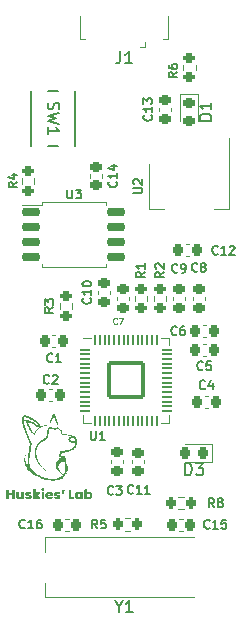
<source format=gto>
%TF.GenerationSoftware,KiCad,Pcbnew,(6.0.8)*%
%TF.CreationDate,2023-06-24T18:13:04-06:00*%
%TF.ProjectId,RP2040_devBoard,52503230-3430-45f6-9465-76426f617264,rev?*%
%TF.SameCoordinates,Original*%
%TF.FileFunction,Legend,Top*%
%TF.FilePolarity,Positive*%
%FSLAX46Y46*%
G04 Gerber Fmt 4.6, Leading zero omitted, Abs format (unit mm)*
G04 Created by KiCad (PCBNEW (6.0.8)) date 2023-06-24 18:13:04*
%MOMM*%
%LPD*%
G01*
G04 APERTURE LIST*
G04 Aperture macros list*
%AMRoundRect*
0 Rectangle with rounded corners*
0 $1 Rounding radius*
0 $2 $3 $4 $5 $6 $7 $8 $9 X,Y pos of 4 corners*
0 Add a 4 corners polygon primitive as box body*
4,1,4,$2,$3,$4,$5,$6,$7,$8,$9,$2,$3,0*
0 Add four circle primitives for the rounded corners*
1,1,$1+$1,$2,$3*
1,1,$1+$1,$4,$5*
1,1,$1+$1,$6,$7*
1,1,$1+$1,$8,$9*
0 Add four rect primitives between the rounded corners*
20,1,$1+$1,$2,$3,$4,$5,0*
20,1,$1+$1,$4,$5,$6,$7,0*
20,1,$1+$1,$6,$7,$8,$9,0*
20,1,$1+$1,$8,$9,$2,$3,0*%
G04 Aperture macros list end*
%ADD10C,0.150000*%
%ADD11C,0.125000*%
%ADD12C,0.120000*%
%ADD13C,0.152400*%
%ADD14R,5.600000X2.100000*%
%ADD15RoundRect,0.200000X0.275000X-0.200000X0.275000X0.200000X-0.275000X0.200000X-0.275000X-0.200000X0*%
%ADD16RoundRect,0.225000X0.250000X-0.225000X0.250000X0.225000X-0.250000X0.225000X-0.250000X-0.225000X0*%
%ADD17O,0.890000X1.550000*%
%ADD18R,1.200000X1.550000*%
%ADD19R,1.500000X1.550000*%
%ADD20O,1.250000X0.950000*%
%ADD21R,0.400000X1.350000*%
%ADD22C,2.100000*%
%ADD23RoundRect,0.218750X0.218750X0.256250X-0.218750X0.256250X-0.218750X-0.256250X0.218750X-0.256250X0*%
%ADD24R,1.500000X2.000000*%
%ADD25R,3.800000X2.000000*%
%ADD26RoundRect,0.225000X-0.225000X-0.250000X0.225000X-0.250000X0.225000X0.250000X-0.225000X0.250000X0*%
%ADD27RoundRect,0.150000X-0.650000X-0.150000X0.650000X-0.150000X0.650000X0.150000X-0.650000X0.150000X0*%
%ADD28RoundRect,0.144000X-1.456000X-1.456000X1.456000X-1.456000X1.456000X1.456000X-1.456000X1.456000X0*%
%ADD29RoundRect,0.050000X-0.050000X-0.387500X0.050000X-0.387500X0.050000X0.387500X-0.050000X0.387500X0*%
%ADD30RoundRect,0.050000X-0.387500X-0.050000X0.387500X-0.050000X0.387500X0.050000X-0.387500X0.050000X0*%
%ADD31RoundRect,0.200000X0.200000X0.275000X-0.200000X0.275000X-0.200000X-0.275000X0.200000X-0.275000X0*%
%ADD32RoundRect,0.200000X-0.275000X0.200000X-0.275000X-0.200000X0.275000X-0.200000X0.275000X0.200000X0*%
%ADD33RoundRect,0.225000X0.225000X0.250000X-0.225000X0.250000X-0.225000X-0.250000X0.225000X-0.250000X0*%
%ADD34RoundRect,0.200000X-0.200000X-0.275000X0.200000X-0.275000X0.200000X0.275000X-0.200000X0.275000X0*%
%ADD35R,0.711200X0.990600*%
%ADD36RoundRect,0.225000X-0.250000X0.225000X-0.250000X-0.225000X0.250000X-0.225000X0.250000X0.225000X0*%
%ADD37RoundRect,0.218750X-0.256250X0.218750X-0.256250X-0.218750X0.256250X-0.218750X0.256250X0.218750X0*%
%ADD38R,1.700000X1.700000*%
%ADD39O,1.700000X1.700000*%
G04 APERTURE END LIST*
D10*
%TO.C,Y1*%
X68343809Y-92456190D02*
X68343809Y-92932380D01*
X68010476Y-91932380D02*
X68343809Y-92456190D01*
X68677142Y-91932380D01*
X69534285Y-92932380D02*
X68962857Y-92932380D01*
X69248571Y-92932380D02*
X69248571Y-91932380D01*
X69153333Y-92075238D01*
X69058095Y-92170476D01*
X68962857Y-92218095D01*
%TO.C,R2*%
X72179285Y-64125000D02*
X71822142Y-64375000D01*
X72179285Y-64553571D02*
X71429285Y-64553571D01*
X71429285Y-64267857D01*
X71465000Y-64196428D01*
X71500714Y-64160714D01*
X71572142Y-64125000D01*
X71679285Y-64125000D01*
X71750714Y-64160714D01*
X71786428Y-64196428D01*
X71822142Y-64267857D01*
X71822142Y-64553571D01*
X71500714Y-63839285D02*
X71465000Y-63803571D01*
X71429285Y-63732142D01*
X71429285Y-63553571D01*
X71465000Y-63482142D01*
X71500714Y-63446428D01*
X71572142Y-63410714D01*
X71643571Y-63410714D01*
X71750714Y-63446428D01*
X72179285Y-63875000D01*
X72179285Y-63410714D01*
%TO.C,C10*%
X65937857Y-66357142D02*
X65973571Y-66392857D01*
X66009285Y-66500000D01*
X66009285Y-66571428D01*
X65973571Y-66678571D01*
X65902142Y-66750000D01*
X65830714Y-66785714D01*
X65687857Y-66821428D01*
X65580714Y-66821428D01*
X65437857Y-66785714D01*
X65366428Y-66750000D01*
X65295000Y-66678571D01*
X65259285Y-66571428D01*
X65259285Y-66500000D01*
X65295000Y-66392857D01*
X65330714Y-66357142D01*
X66009285Y-65642857D02*
X66009285Y-66071428D01*
X66009285Y-65857142D02*
X65259285Y-65857142D01*
X65366428Y-65928571D01*
X65437857Y-66000000D01*
X65473571Y-66071428D01*
X65259285Y-65178571D02*
X65259285Y-65107142D01*
X65295000Y-65035714D01*
X65330714Y-65000000D01*
X65402142Y-64964285D01*
X65545000Y-64928571D01*
X65723571Y-64928571D01*
X65866428Y-64964285D01*
X65937857Y-65000000D01*
X65973571Y-65035714D01*
X66009285Y-65107142D01*
X66009285Y-65178571D01*
X65973571Y-65250000D01*
X65937857Y-65285714D01*
X65866428Y-65321428D01*
X65723571Y-65357142D01*
X65545000Y-65357142D01*
X65402142Y-65321428D01*
X65330714Y-65285714D01*
X65295000Y-65250000D01*
X65259285Y-65178571D01*
%TO.C,J1*%
X68466666Y-45442380D02*
X68466666Y-46156666D01*
X68419047Y-46299523D01*
X68323809Y-46394761D01*
X68180952Y-46442380D01*
X68085714Y-46442380D01*
X69466666Y-46442380D02*
X68895238Y-46442380D01*
X69180952Y-46442380D02*
X69180952Y-45442380D01*
X69085714Y-45585238D01*
X68990476Y-45680476D01*
X68895238Y-45728095D01*
%TO.C,C14*%
X68137857Y-56482142D02*
X68173571Y-56517857D01*
X68209285Y-56625000D01*
X68209285Y-56696428D01*
X68173571Y-56803571D01*
X68102142Y-56875000D01*
X68030714Y-56910714D01*
X67887857Y-56946428D01*
X67780714Y-56946428D01*
X67637857Y-56910714D01*
X67566428Y-56875000D01*
X67495000Y-56803571D01*
X67459285Y-56696428D01*
X67459285Y-56625000D01*
X67495000Y-56517857D01*
X67530714Y-56482142D01*
X68209285Y-55767857D02*
X68209285Y-56196428D01*
X68209285Y-55982142D02*
X67459285Y-55982142D01*
X67566428Y-56053571D01*
X67637857Y-56125000D01*
X67673571Y-56196428D01*
X67709285Y-55125000D02*
X68209285Y-55125000D01*
X67423571Y-55303571D02*
X67959285Y-55482142D01*
X67959285Y-55017857D01*
%TO.C,D3*%
X73971904Y-81332380D02*
X73971904Y-80332380D01*
X74210000Y-80332380D01*
X74352857Y-80380000D01*
X74448095Y-80475238D01*
X74495714Y-80570476D01*
X74543333Y-80760952D01*
X74543333Y-80903809D01*
X74495714Y-81094285D01*
X74448095Y-81189523D01*
X74352857Y-81284761D01*
X74210000Y-81332380D01*
X73971904Y-81332380D01*
X74876666Y-80332380D02*
X75495714Y-80332380D01*
X75162380Y-80713333D01*
X75305238Y-80713333D01*
X75400476Y-80760952D01*
X75448095Y-80808571D01*
X75495714Y-80903809D01*
X75495714Y-81141904D01*
X75448095Y-81237142D01*
X75400476Y-81284761D01*
X75305238Y-81332380D01*
X75019523Y-81332380D01*
X74924285Y-81284761D01*
X74876666Y-81237142D01*
%TO.C,U2*%
X69579285Y-57441428D02*
X70186428Y-57441428D01*
X70257857Y-57405714D01*
X70293571Y-57370000D01*
X70329285Y-57298571D01*
X70329285Y-57155714D01*
X70293571Y-57084285D01*
X70257857Y-57048571D01*
X70186428Y-57012857D01*
X69579285Y-57012857D01*
X69650714Y-56691428D02*
X69615000Y-56655714D01*
X69579285Y-56584285D01*
X69579285Y-56405714D01*
X69615000Y-56334285D01*
X69650714Y-56298571D01*
X69722142Y-56262857D01*
X69793571Y-56262857D01*
X69900714Y-56298571D01*
X70329285Y-56727142D01*
X70329285Y-56262857D01*
D11*
%TO.C,C7*%
X68176666Y-68478571D02*
X68152857Y-68502380D01*
X68081428Y-68526190D01*
X68033809Y-68526190D01*
X67962380Y-68502380D01*
X67914761Y-68454761D01*
X67890952Y-68407142D01*
X67867142Y-68311904D01*
X67867142Y-68240476D01*
X67890952Y-68145238D01*
X67914761Y-68097619D01*
X67962380Y-68050000D01*
X68033809Y-68026190D01*
X68081428Y-68026190D01*
X68152857Y-68050000D01*
X68176666Y-68073809D01*
X68343333Y-68026190D02*
X68676666Y-68026190D01*
X68462380Y-68526190D01*
D10*
%TO.C,C6*%
X73236666Y-69417857D02*
X73201428Y-69453571D01*
X73095714Y-69489285D01*
X73025238Y-69489285D01*
X72919523Y-69453571D01*
X72849047Y-69382142D01*
X72813809Y-69310714D01*
X72778571Y-69167857D01*
X72778571Y-69060714D01*
X72813809Y-68917857D01*
X72849047Y-68846428D01*
X72919523Y-68775000D01*
X73025238Y-68739285D01*
X73095714Y-68739285D01*
X73201428Y-68775000D01*
X73236666Y-68810714D01*
X73870952Y-68739285D02*
X73730000Y-68739285D01*
X73659523Y-68775000D01*
X73624285Y-68810714D01*
X73553809Y-68917857D01*
X73518571Y-69060714D01*
X73518571Y-69346428D01*
X73553809Y-69417857D01*
X73589047Y-69453571D01*
X73659523Y-69489285D01*
X73800476Y-69489285D01*
X73870952Y-69453571D01*
X73906190Y-69417857D01*
X73941428Y-69346428D01*
X73941428Y-69167857D01*
X73906190Y-69096428D01*
X73870952Y-69060714D01*
X73800476Y-69025000D01*
X73659523Y-69025000D01*
X73589047Y-69060714D01*
X73553809Y-69096428D01*
X73518571Y-69167857D01*
%TO.C,U3*%
X63988571Y-57149285D02*
X63988571Y-57756428D01*
X64024285Y-57827857D01*
X64060000Y-57863571D01*
X64131428Y-57899285D01*
X64274285Y-57899285D01*
X64345714Y-57863571D01*
X64381428Y-57827857D01*
X64417142Y-57756428D01*
X64417142Y-57149285D01*
X64702857Y-57149285D02*
X65167142Y-57149285D01*
X64917142Y-57435000D01*
X65024285Y-57435000D01*
X65095714Y-57470714D01*
X65131428Y-57506428D01*
X65167142Y-57577857D01*
X65167142Y-57756428D01*
X65131428Y-57827857D01*
X65095714Y-57863571D01*
X65024285Y-57899285D01*
X64810000Y-57899285D01*
X64738571Y-57863571D01*
X64702857Y-57827857D01*
%TO.C,U1*%
X65968571Y-77619285D02*
X65968571Y-78226428D01*
X66004285Y-78297857D01*
X66040000Y-78333571D01*
X66111428Y-78369285D01*
X66254285Y-78369285D01*
X66325714Y-78333571D01*
X66361428Y-78297857D01*
X66397142Y-78226428D01*
X66397142Y-77619285D01*
X67147142Y-78369285D02*
X66718571Y-78369285D01*
X66932857Y-78369285D02*
X66932857Y-77619285D01*
X66861428Y-77726428D01*
X66790000Y-77797857D01*
X66718571Y-77833571D01*
%TO.C,R5*%
X66535000Y-85839285D02*
X66285000Y-85482142D01*
X66106428Y-85839285D02*
X66106428Y-85089285D01*
X66392142Y-85089285D01*
X66463571Y-85125000D01*
X66499285Y-85160714D01*
X66535000Y-85232142D01*
X66535000Y-85339285D01*
X66499285Y-85410714D01*
X66463571Y-85446428D01*
X66392142Y-85482142D01*
X66106428Y-85482142D01*
X67213571Y-85089285D02*
X66856428Y-85089285D01*
X66820714Y-85446428D01*
X66856428Y-85410714D01*
X66927857Y-85375000D01*
X67106428Y-85375000D01*
X67177857Y-85410714D01*
X67213571Y-85446428D01*
X67249285Y-85517857D01*
X67249285Y-85696428D01*
X67213571Y-85767857D01*
X67177857Y-85803571D01*
X67106428Y-85839285D01*
X66927857Y-85839285D01*
X66856428Y-85803571D01*
X66820714Y-85767857D01*
%TO.C,R3*%
X62809285Y-67135000D02*
X62452142Y-67385000D01*
X62809285Y-67563571D02*
X62059285Y-67563571D01*
X62059285Y-67277857D01*
X62095000Y-67206428D01*
X62130714Y-67170714D01*
X62202142Y-67135000D01*
X62309285Y-67135000D01*
X62380714Y-67170714D01*
X62416428Y-67206428D01*
X62452142Y-67277857D01*
X62452142Y-67563571D01*
X62059285Y-66885000D02*
X62059285Y-66420714D01*
X62345000Y-66670714D01*
X62345000Y-66563571D01*
X62380714Y-66492142D01*
X62416428Y-66456428D01*
X62487857Y-66420714D01*
X62666428Y-66420714D01*
X62737857Y-66456428D01*
X62773571Y-66492142D01*
X62809285Y-66563571D01*
X62809285Y-66777857D01*
X62773571Y-66849285D01*
X62737857Y-66885000D01*
%TO.C,C1*%
X62715000Y-71707857D02*
X62679285Y-71743571D01*
X62572142Y-71779285D01*
X62500714Y-71779285D01*
X62393571Y-71743571D01*
X62322142Y-71672142D01*
X62286428Y-71600714D01*
X62250714Y-71457857D01*
X62250714Y-71350714D01*
X62286428Y-71207857D01*
X62322142Y-71136428D01*
X62393571Y-71065000D01*
X62500714Y-71029285D01*
X62572142Y-71029285D01*
X62679285Y-71065000D01*
X62715000Y-71100714D01*
X63429285Y-71779285D02*
X63000714Y-71779285D01*
X63215000Y-71779285D02*
X63215000Y-71029285D01*
X63143571Y-71136428D01*
X63072142Y-71207857D01*
X63000714Y-71243571D01*
%TO.C,R1*%
X70549285Y-64125000D02*
X70192142Y-64375000D01*
X70549285Y-64553571D02*
X69799285Y-64553571D01*
X69799285Y-64267857D01*
X69835000Y-64196428D01*
X69870714Y-64160714D01*
X69942142Y-64125000D01*
X70049285Y-64125000D01*
X70120714Y-64160714D01*
X70156428Y-64196428D01*
X70192142Y-64267857D01*
X70192142Y-64553571D01*
X70549285Y-63410714D02*
X70549285Y-63839285D01*
X70549285Y-63625000D02*
X69799285Y-63625000D01*
X69906428Y-63696428D01*
X69977857Y-63767857D01*
X70013571Y-63839285D01*
%TO.C,C15*%
X76027857Y-85787857D02*
X75992142Y-85823571D01*
X75885000Y-85859285D01*
X75813571Y-85859285D01*
X75706428Y-85823571D01*
X75635000Y-85752142D01*
X75599285Y-85680714D01*
X75563571Y-85537857D01*
X75563571Y-85430714D01*
X75599285Y-85287857D01*
X75635000Y-85216428D01*
X75706428Y-85145000D01*
X75813571Y-85109285D01*
X75885000Y-85109285D01*
X75992142Y-85145000D01*
X76027857Y-85180714D01*
X76742142Y-85859285D02*
X76313571Y-85859285D01*
X76527857Y-85859285D02*
X76527857Y-85109285D01*
X76456428Y-85216428D01*
X76385000Y-85287857D01*
X76313571Y-85323571D01*
X77420714Y-85109285D02*
X77063571Y-85109285D01*
X77027857Y-85466428D01*
X77063571Y-85430714D01*
X77135000Y-85395000D01*
X77313571Y-85395000D01*
X77385000Y-85430714D01*
X77420714Y-85466428D01*
X77456428Y-85537857D01*
X77456428Y-85716428D01*
X77420714Y-85787857D01*
X77385000Y-85823571D01*
X77313571Y-85859285D01*
X77135000Y-85859285D01*
X77063571Y-85823571D01*
X77027857Y-85787857D01*
%TO.C,C12*%
X76722857Y-62582857D02*
X76687142Y-62618571D01*
X76580000Y-62654285D01*
X76508571Y-62654285D01*
X76401428Y-62618571D01*
X76330000Y-62547142D01*
X76294285Y-62475714D01*
X76258571Y-62332857D01*
X76258571Y-62225714D01*
X76294285Y-62082857D01*
X76330000Y-62011428D01*
X76401428Y-61940000D01*
X76508571Y-61904285D01*
X76580000Y-61904285D01*
X76687142Y-61940000D01*
X76722857Y-61975714D01*
X77437142Y-62654285D02*
X77008571Y-62654285D01*
X77222857Y-62654285D02*
X77222857Y-61904285D01*
X77151428Y-62011428D01*
X77080000Y-62082857D01*
X77008571Y-62118571D01*
X77722857Y-61975714D02*
X77758571Y-61940000D01*
X77830000Y-61904285D01*
X78008571Y-61904285D01*
X78080000Y-61940000D01*
X78115714Y-61975714D01*
X78151428Y-62047142D01*
X78151428Y-62118571D01*
X78115714Y-62225714D01*
X77687142Y-62654285D01*
X78151428Y-62654285D01*
%TO.C,R6*%
X73304285Y-47220000D02*
X72947142Y-47470000D01*
X73304285Y-47648571D02*
X72554285Y-47648571D01*
X72554285Y-47362857D01*
X72590000Y-47291428D01*
X72625714Y-47255714D01*
X72697142Y-47220000D01*
X72804285Y-47220000D01*
X72875714Y-47255714D01*
X72911428Y-47291428D01*
X72947142Y-47362857D01*
X72947142Y-47648571D01*
X72554285Y-46577142D02*
X72554285Y-46720000D01*
X72590000Y-46791428D01*
X72625714Y-46827142D01*
X72732857Y-46898571D01*
X72875714Y-46934285D01*
X73161428Y-46934285D01*
X73232857Y-46898571D01*
X73268571Y-46862857D01*
X73304285Y-46791428D01*
X73304285Y-46648571D01*
X73268571Y-46577142D01*
X73232857Y-46541428D01*
X73161428Y-46505714D01*
X72982857Y-46505714D01*
X72911428Y-46541428D01*
X72875714Y-46577142D01*
X72840000Y-46648571D01*
X72840000Y-46791428D01*
X72875714Y-46862857D01*
X72911428Y-46898571D01*
X72982857Y-46934285D01*
%TO.C,C16*%
X60387857Y-85767857D02*
X60352142Y-85803571D01*
X60245000Y-85839285D01*
X60173571Y-85839285D01*
X60066428Y-85803571D01*
X59995000Y-85732142D01*
X59959285Y-85660714D01*
X59923571Y-85517857D01*
X59923571Y-85410714D01*
X59959285Y-85267857D01*
X59995000Y-85196428D01*
X60066428Y-85125000D01*
X60173571Y-85089285D01*
X60245000Y-85089285D01*
X60352142Y-85125000D01*
X60387857Y-85160714D01*
X61102142Y-85839285D02*
X60673571Y-85839285D01*
X60887857Y-85839285D02*
X60887857Y-85089285D01*
X60816428Y-85196428D01*
X60745000Y-85267857D01*
X60673571Y-85303571D01*
X61745000Y-85089285D02*
X61602142Y-85089285D01*
X61530714Y-85125000D01*
X61495000Y-85160714D01*
X61423571Y-85267857D01*
X61387857Y-85410714D01*
X61387857Y-85696428D01*
X61423571Y-85767857D01*
X61459285Y-85803571D01*
X61530714Y-85839285D01*
X61673571Y-85839285D01*
X61745000Y-85803571D01*
X61780714Y-85767857D01*
X61816428Y-85696428D01*
X61816428Y-85517857D01*
X61780714Y-85446428D01*
X61745000Y-85410714D01*
X61673571Y-85375000D01*
X61530714Y-85375000D01*
X61459285Y-85410714D01*
X61423571Y-85446428D01*
X61387857Y-85517857D01*
%TO.C,R4*%
X59759285Y-56525000D02*
X59402142Y-56775000D01*
X59759285Y-56953571D02*
X59009285Y-56953571D01*
X59009285Y-56667857D01*
X59045000Y-56596428D01*
X59080714Y-56560714D01*
X59152142Y-56525000D01*
X59259285Y-56525000D01*
X59330714Y-56560714D01*
X59366428Y-56596428D01*
X59402142Y-56667857D01*
X59402142Y-56953571D01*
X59259285Y-55882142D02*
X59759285Y-55882142D01*
X58973571Y-56060714D02*
X59509285Y-56239285D01*
X59509285Y-55775000D01*
%TO.C,R8*%
X76415000Y-84049285D02*
X76165000Y-83692142D01*
X75986428Y-84049285D02*
X75986428Y-83299285D01*
X76272142Y-83299285D01*
X76343571Y-83335000D01*
X76379285Y-83370714D01*
X76415000Y-83442142D01*
X76415000Y-83549285D01*
X76379285Y-83620714D01*
X76343571Y-83656428D01*
X76272142Y-83692142D01*
X75986428Y-83692142D01*
X76843571Y-83620714D02*
X76772142Y-83585000D01*
X76736428Y-83549285D01*
X76700714Y-83477857D01*
X76700714Y-83442142D01*
X76736428Y-83370714D01*
X76772142Y-83335000D01*
X76843571Y-83299285D01*
X76986428Y-83299285D01*
X77057857Y-83335000D01*
X77093571Y-83370714D01*
X77129285Y-83442142D01*
X77129285Y-83477857D01*
X77093571Y-83549285D01*
X77057857Y-83585000D01*
X76986428Y-83620714D01*
X76843571Y-83620714D01*
X76772142Y-83656428D01*
X76736428Y-83692142D01*
X76700714Y-83763571D01*
X76700714Y-83906428D01*
X76736428Y-83977857D01*
X76772142Y-84013571D01*
X76843571Y-84049285D01*
X76986428Y-84049285D01*
X77057857Y-84013571D01*
X77093571Y-83977857D01*
X77129285Y-83906428D01*
X77129285Y-83763571D01*
X77093571Y-83692142D01*
X77057857Y-83656428D01*
X76986428Y-83620714D01*
%TO.C,C13*%
X71107857Y-50852142D02*
X71143571Y-50887857D01*
X71179285Y-50995000D01*
X71179285Y-51066428D01*
X71143571Y-51173571D01*
X71072142Y-51245000D01*
X71000714Y-51280714D01*
X70857857Y-51316428D01*
X70750714Y-51316428D01*
X70607857Y-51280714D01*
X70536428Y-51245000D01*
X70465000Y-51173571D01*
X70429285Y-51066428D01*
X70429285Y-50995000D01*
X70465000Y-50887857D01*
X70500714Y-50852142D01*
X71179285Y-50137857D02*
X71179285Y-50566428D01*
X71179285Y-50352142D02*
X70429285Y-50352142D01*
X70536428Y-50423571D01*
X70607857Y-50495000D01*
X70643571Y-50566428D01*
X70429285Y-49887857D02*
X70429285Y-49423571D01*
X70715000Y-49673571D01*
X70715000Y-49566428D01*
X70750714Y-49495000D01*
X70786428Y-49459285D01*
X70857857Y-49423571D01*
X71036428Y-49423571D01*
X71107857Y-49459285D01*
X71143571Y-49495000D01*
X71179285Y-49566428D01*
X71179285Y-49780714D01*
X71143571Y-49852142D01*
X71107857Y-49887857D01*
%TO.C,C5*%
X75465000Y-72377857D02*
X75429285Y-72413571D01*
X75322142Y-72449285D01*
X75250714Y-72449285D01*
X75143571Y-72413571D01*
X75072142Y-72342142D01*
X75036428Y-72270714D01*
X75000714Y-72127857D01*
X75000714Y-72020714D01*
X75036428Y-71877857D01*
X75072142Y-71806428D01*
X75143571Y-71735000D01*
X75250714Y-71699285D01*
X75322142Y-71699285D01*
X75429285Y-71735000D01*
X75465000Y-71770714D01*
X76143571Y-71699285D02*
X75786428Y-71699285D01*
X75750714Y-72056428D01*
X75786428Y-72020714D01*
X75857857Y-71985000D01*
X76036428Y-71985000D01*
X76107857Y-72020714D01*
X76143571Y-72056428D01*
X76179285Y-72127857D01*
X76179285Y-72306428D01*
X76143571Y-72377857D01*
X76107857Y-72413571D01*
X76036428Y-72449285D01*
X75857857Y-72449285D01*
X75786428Y-72413571D01*
X75750714Y-72377857D01*
%TO.C,SW1*%
X62363738Y-49797466D02*
X62316119Y-49940323D01*
X62316119Y-50178419D01*
X62363738Y-50273657D01*
X62411357Y-50321276D01*
X62506595Y-50368895D01*
X62601833Y-50368895D01*
X62697071Y-50321276D01*
X62744690Y-50273657D01*
X62792309Y-50178419D01*
X62839928Y-49987942D01*
X62887547Y-49892704D01*
X62935166Y-49845085D01*
X63030404Y-49797466D01*
X63125642Y-49797466D01*
X63220880Y-49845085D01*
X63268500Y-49892704D01*
X63316119Y-49987942D01*
X63316119Y-50226038D01*
X63268500Y-50368895D01*
X63316119Y-50702228D02*
X62316119Y-50940323D01*
X63030404Y-51130800D01*
X62316119Y-51321276D01*
X63316119Y-51559371D01*
X62316119Y-52464133D02*
X62316119Y-51892704D01*
X62316119Y-52178419D02*
X63316119Y-52178419D01*
X63173261Y-52083180D01*
X63078023Y-51987942D01*
X63030404Y-51892704D01*
%TO.C,C3*%
X67865000Y-82917857D02*
X67829285Y-82953571D01*
X67722142Y-82989285D01*
X67650714Y-82989285D01*
X67543571Y-82953571D01*
X67472142Y-82882142D01*
X67436428Y-82810714D01*
X67400714Y-82667857D01*
X67400714Y-82560714D01*
X67436428Y-82417857D01*
X67472142Y-82346428D01*
X67543571Y-82275000D01*
X67650714Y-82239285D01*
X67722142Y-82239285D01*
X67829285Y-82275000D01*
X67865000Y-82310714D01*
X68115000Y-82239285D02*
X68579285Y-82239285D01*
X68329285Y-82525000D01*
X68436428Y-82525000D01*
X68507857Y-82560714D01*
X68543571Y-82596428D01*
X68579285Y-82667857D01*
X68579285Y-82846428D01*
X68543571Y-82917857D01*
X68507857Y-82953571D01*
X68436428Y-82989285D01*
X68222142Y-82989285D01*
X68150714Y-82953571D01*
X68115000Y-82917857D01*
%TO.C,D1*%
X76182380Y-51313095D02*
X75182380Y-51313095D01*
X75182380Y-51075000D01*
X75230000Y-50932142D01*
X75325238Y-50836904D01*
X75420476Y-50789285D01*
X75610952Y-50741666D01*
X75753809Y-50741666D01*
X75944285Y-50789285D01*
X76039523Y-50836904D01*
X76134761Y-50932142D01*
X76182380Y-51075000D01*
X76182380Y-51313095D01*
X76182380Y-49789285D02*
X76182380Y-50360714D01*
X76182380Y-50075000D02*
X75182380Y-50075000D01*
X75325238Y-50170238D01*
X75420476Y-50265476D01*
X75468095Y-50360714D01*
%TO.C,C11*%
X69557857Y-82847857D02*
X69522142Y-82883571D01*
X69415000Y-82919285D01*
X69343571Y-82919285D01*
X69236428Y-82883571D01*
X69165000Y-82812142D01*
X69129285Y-82740714D01*
X69093571Y-82597857D01*
X69093571Y-82490714D01*
X69129285Y-82347857D01*
X69165000Y-82276428D01*
X69236428Y-82205000D01*
X69343571Y-82169285D01*
X69415000Y-82169285D01*
X69522142Y-82205000D01*
X69557857Y-82240714D01*
X70272142Y-82919285D02*
X69843571Y-82919285D01*
X70057857Y-82919285D02*
X70057857Y-82169285D01*
X69986428Y-82276428D01*
X69915000Y-82347857D01*
X69843571Y-82383571D01*
X70986428Y-82919285D02*
X70557857Y-82919285D01*
X70772142Y-82919285D02*
X70772142Y-82169285D01*
X70700714Y-82276428D01*
X70629285Y-82347857D01*
X70557857Y-82383571D01*
%TO.C,C8*%
X74995000Y-64037857D02*
X74959285Y-64073571D01*
X74852142Y-64109285D01*
X74780714Y-64109285D01*
X74673571Y-64073571D01*
X74602142Y-64002142D01*
X74566428Y-63930714D01*
X74530714Y-63787857D01*
X74530714Y-63680714D01*
X74566428Y-63537857D01*
X74602142Y-63466428D01*
X74673571Y-63395000D01*
X74780714Y-63359285D01*
X74852142Y-63359285D01*
X74959285Y-63395000D01*
X74995000Y-63430714D01*
X75423571Y-63680714D02*
X75352142Y-63645000D01*
X75316428Y-63609285D01*
X75280714Y-63537857D01*
X75280714Y-63502142D01*
X75316428Y-63430714D01*
X75352142Y-63395000D01*
X75423571Y-63359285D01*
X75566428Y-63359285D01*
X75637857Y-63395000D01*
X75673571Y-63430714D01*
X75709285Y-63502142D01*
X75709285Y-63537857D01*
X75673571Y-63609285D01*
X75637857Y-63645000D01*
X75566428Y-63680714D01*
X75423571Y-63680714D01*
X75352142Y-63716428D01*
X75316428Y-63752142D01*
X75280714Y-63823571D01*
X75280714Y-63966428D01*
X75316428Y-64037857D01*
X75352142Y-64073571D01*
X75423571Y-64109285D01*
X75566428Y-64109285D01*
X75637857Y-64073571D01*
X75673571Y-64037857D01*
X75709285Y-63966428D01*
X75709285Y-63823571D01*
X75673571Y-63752142D01*
X75637857Y-63716428D01*
X75566428Y-63680714D01*
%TO.C,C9*%
X73305000Y-64107857D02*
X73269285Y-64143571D01*
X73162142Y-64179285D01*
X73090714Y-64179285D01*
X72983571Y-64143571D01*
X72912142Y-64072142D01*
X72876428Y-64000714D01*
X72840714Y-63857857D01*
X72840714Y-63750714D01*
X72876428Y-63607857D01*
X72912142Y-63536428D01*
X72983571Y-63465000D01*
X73090714Y-63429285D01*
X73162142Y-63429285D01*
X73269285Y-63465000D01*
X73305000Y-63500714D01*
X73662142Y-64179285D02*
X73805000Y-64179285D01*
X73876428Y-64143571D01*
X73912142Y-64107857D01*
X73983571Y-64000714D01*
X74019285Y-63857857D01*
X74019285Y-63572142D01*
X73983571Y-63500714D01*
X73947857Y-63465000D01*
X73876428Y-63429285D01*
X73733571Y-63429285D01*
X73662142Y-63465000D01*
X73626428Y-63500714D01*
X73590714Y-63572142D01*
X73590714Y-63750714D01*
X73626428Y-63822142D01*
X73662142Y-63857857D01*
X73733571Y-63893571D01*
X73876428Y-63893571D01*
X73947857Y-63857857D01*
X73983571Y-63822142D01*
X74019285Y-63750714D01*
%TO.C,C4*%
X75650000Y-73962857D02*
X75614285Y-73998571D01*
X75507142Y-74034285D01*
X75435714Y-74034285D01*
X75328571Y-73998571D01*
X75257142Y-73927142D01*
X75221428Y-73855714D01*
X75185714Y-73712857D01*
X75185714Y-73605714D01*
X75221428Y-73462857D01*
X75257142Y-73391428D01*
X75328571Y-73320000D01*
X75435714Y-73284285D01*
X75507142Y-73284285D01*
X75614285Y-73320000D01*
X75650000Y-73355714D01*
X76292857Y-73534285D02*
X76292857Y-74034285D01*
X76114285Y-73248571D02*
X75935714Y-73784285D01*
X76400000Y-73784285D01*
%TO.C,C2*%
X62445000Y-73527857D02*
X62409285Y-73563571D01*
X62302142Y-73599285D01*
X62230714Y-73599285D01*
X62123571Y-73563571D01*
X62052142Y-73492142D01*
X62016428Y-73420714D01*
X61980714Y-73277857D01*
X61980714Y-73170714D01*
X62016428Y-73027857D01*
X62052142Y-72956428D01*
X62123571Y-72885000D01*
X62230714Y-72849285D01*
X62302142Y-72849285D01*
X62409285Y-72885000D01*
X62445000Y-72920714D01*
X62730714Y-72920714D02*
X62766428Y-72885000D01*
X62837857Y-72849285D01*
X63016428Y-72849285D01*
X63087857Y-72885000D01*
X63123571Y-72920714D01*
X63159285Y-72992142D01*
X63159285Y-73063571D01*
X63123571Y-73170714D01*
X62695000Y-73599285D01*
X63159285Y-73599285D01*
D12*
%TO.C,Y1*%
X62125000Y-90425000D02*
X62125000Y-91675000D01*
X74725000Y-86575000D02*
X62125000Y-86575000D01*
X62125000Y-86575000D02*
X62125000Y-87825000D01*
X62125000Y-91675000D02*
X74725000Y-91675000D01*
%TO.C,R2*%
X72357500Y-66612258D02*
X72357500Y-66137742D01*
X71312500Y-66612258D02*
X71312500Y-66137742D01*
%TO.C,C10*%
X66590000Y-66015580D02*
X66590000Y-65734420D01*
X67610000Y-66015580D02*
X67610000Y-65734420D01*
%TO.C,J1*%
X70547500Y-44650000D02*
X70547500Y-45100000D01*
X72547500Y-44420000D02*
X72127500Y-44420000D01*
X72547500Y-42440000D02*
X72547500Y-44420000D01*
X65027500Y-44420000D02*
X65447500Y-44420000D01*
X70097500Y-45100000D02*
X70547500Y-45100000D01*
X65027500Y-42440000D02*
X65027500Y-44420000D01*
%TO.C,C14*%
X66920000Y-56140580D02*
X66920000Y-55859420D01*
X65900000Y-56140580D02*
X65900000Y-55859420D01*
%TO.C,D3*%
X73910000Y-80185000D02*
X76195000Y-80185000D01*
X76195000Y-78715000D02*
X73910000Y-78715000D01*
X76195000Y-80185000D02*
X76195000Y-78715000D01*
%TO.C,U2*%
X70880000Y-58790000D02*
X72140000Y-58790000D01*
X70880000Y-55030000D02*
X70880000Y-58790000D01*
X77700000Y-58790000D02*
X76440000Y-58790000D01*
X77700000Y-52780000D02*
X77700000Y-58790000D01*
%TO.C,C7*%
X68155000Y-66515580D02*
X68155000Y-66234420D01*
X69175000Y-66515580D02*
X69175000Y-66234420D01*
%TO.C,C6*%
X75454420Y-68630000D02*
X75735580Y-68630000D01*
X75454420Y-69650000D02*
X75735580Y-69650000D01*
%TO.C,U3*%
X64540000Y-63685000D02*
X67265000Y-63685000D01*
X67265000Y-58235000D02*
X67265000Y-58495000D01*
X61815000Y-63685000D02*
X61815000Y-63425000D01*
X67265000Y-63685000D02*
X67265000Y-63425000D01*
X64540000Y-58235000D02*
X61815000Y-58235000D01*
X64540000Y-63685000D02*
X61815000Y-63685000D01*
X64540000Y-58235000D02*
X67265000Y-58235000D01*
X61815000Y-58495000D02*
X60140000Y-58495000D01*
X61815000Y-58235000D02*
X61815000Y-58495000D01*
%TO.C,U1*%
X72560000Y-76910000D02*
X72560000Y-76260000D01*
X65990000Y-69690000D02*
X65340000Y-69690000D01*
X71910000Y-69690000D02*
X72560000Y-69690000D01*
X72560000Y-69690000D02*
X72560000Y-70340000D01*
X65990000Y-76910000D02*
X65340000Y-76910000D01*
X65340000Y-76910000D02*
X65340000Y-76260000D01*
X71910000Y-76910000D02*
X72560000Y-76910000D01*
%TO.C,R5*%
X69332258Y-84987500D02*
X68857742Y-84987500D01*
X69332258Y-86032500D02*
X68857742Y-86032500D01*
%TO.C,R3*%
X63377500Y-66772742D02*
X63377500Y-67247258D01*
X64422500Y-66772742D02*
X64422500Y-67247258D01*
%TO.C,C1*%
X62980580Y-70520000D02*
X62699420Y-70520000D01*
X62980580Y-69500000D02*
X62699420Y-69500000D01*
%TO.C,G\u002A\u002A\u002A*%
G36*
X64631900Y-82988825D02*
G01*
X64635701Y-82975747D01*
X64637132Y-82974885D01*
X64642550Y-82967210D01*
X64645563Y-82948037D01*
X64645783Y-82940280D01*
X64647615Y-82918609D01*
X64652192Y-82906557D01*
X64654043Y-82905675D01*
X64660907Y-82898112D01*
X64667136Y-82879502D01*
X64667982Y-82875396D01*
X64673646Y-82855434D01*
X64680253Y-82845397D01*
X64681351Y-82845116D01*
X64688087Y-82838055D01*
X64689039Y-82831522D01*
X64695883Y-82812782D01*
X64711664Y-82797663D01*
X64725442Y-82793209D01*
X64739123Y-82786800D01*
X64749598Y-82775907D01*
X64765144Y-82762394D01*
X64777462Y-82758604D01*
X64790448Y-82754583D01*
X64792854Y-82749953D01*
X64800100Y-82742924D01*
X64810157Y-82741302D01*
X64824215Y-82737679D01*
X64827459Y-82732650D01*
X64835553Y-82728366D01*
X64857652Y-82725355D01*
X64890478Y-82724028D01*
X64896669Y-82723999D01*
X64930943Y-82725011D01*
X64955029Y-82727773D01*
X64965648Y-82731876D01*
X64965879Y-82732650D01*
X64973282Y-82739154D01*
X64987507Y-82741302D01*
X65003765Y-82744263D01*
X65009135Y-82749953D01*
X65016184Y-82757528D01*
X65022730Y-82758604D01*
X65042273Y-82765924D01*
X65057228Y-82782998D01*
X65061042Y-82796917D01*
X65065528Y-82808821D01*
X65069693Y-82810511D01*
X65075366Y-82802895D01*
X65078252Y-82784121D01*
X65078345Y-82779614D01*
X65079860Y-82757497D01*
X65086141Y-82742115D01*
X65099795Y-82732272D01*
X65123426Y-82726773D01*
X65159639Y-82724420D01*
X65199462Y-82723999D01*
X65244425Y-82724517D01*
X65275237Y-82726330D01*
X65295022Y-82729830D01*
X65306908Y-82735406D01*
X65309623Y-82737761D01*
X65318544Y-82749597D01*
X65313976Y-82757971D01*
X65311168Y-82760048D01*
X65303837Y-82768222D01*
X65309765Y-82772960D01*
X65314523Y-82782710D01*
X65318014Y-82804593D01*
X65320181Y-82834099D01*
X65320965Y-82866717D01*
X65320307Y-82897939D01*
X65318150Y-82923252D01*
X65314436Y-82938148D01*
X65311928Y-82940280D01*
X65308480Y-82948697D01*
X65305838Y-82973045D01*
X65304086Y-83011964D01*
X65303309Y-83064098D01*
X65303277Y-83078699D01*
X65303803Y-83133858D01*
X65305324Y-83176133D01*
X65307757Y-83204168D01*
X65311015Y-83216606D01*
X65311928Y-83217119D01*
X65317219Y-83224855D01*
X65320171Y-83244756D01*
X65320920Y-83271863D01*
X65319601Y-83301218D01*
X65316352Y-83327861D01*
X65311309Y-83346833D01*
X65308220Y-83351831D01*
X65298118Y-83357367D01*
X65279174Y-83361091D01*
X65248848Y-83363262D01*
X65204598Y-83364140D01*
X65187103Y-83364190D01*
X65078345Y-83364190D01*
X65078345Y-83329585D01*
X65077195Y-83307907D01*
X65074322Y-83295857D01*
X65073164Y-83294980D01*
X65064558Y-83300724D01*
X65049346Y-83315075D01*
X65043740Y-83320934D01*
X65026318Y-83337293D01*
X65012579Y-83346288D01*
X65009989Y-83346887D01*
X65000911Y-83352978D01*
X65000484Y-83355539D01*
X64992966Y-83361613D01*
X64974853Y-83364189D01*
X64974530Y-83364190D01*
X64956307Y-83366696D01*
X64948578Y-83372734D01*
X64948576Y-83372841D01*
X64940696Y-83377449D01*
X64920111Y-83380573D01*
X64896669Y-83381492D01*
X64869020Y-83380179D01*
X64850275Y-83376748D01*
X64844762Y-83372841D01*
X64837244Y-83366767D01*
X64819131Y-83364191D01*
X64818808Y-83364190D01*
X64800585Y-83361684D01*
X64792856Y-83355646D01*
X64792854Y-83355539D01*
X64785834Y-83347894D01*
X64779689Y-83346887D01*
X64764917Y-83340425D01*
X64743852Y-83323597D01*
X64720077Y-83300243D01*
X64697179Y-83274203D01*
X64678741Y-83249318D01*
X64668350Y-83229425D01*
X64667658Y-83226892D01*
X64661365Y-83208257D01*
X64654183Y-83199855D01*
X64653747Y-83199817D01*
X64648760Y-83192140D01*
X64645986Y-83172963D01*
X64645783Y-83165212D01*
X64643865Y-83143542D01*
X64639071Y-83131489D01*
X64637132Y-83130607D01*
X64632987Y-83122440D01*
X64630030Y-83099833D01*
X64628577Y-83065626D01*
X64628481Y-83052746D01*
X64628482Y-83052703D01*
X64862064Y-83052703D01*
X64862466Y-83087898D01*
X64864640Y-83110925D01*
X64870042Y-83126917D01*
X64880128Y-83141006D01*
X64890180Y-83151886D01*
X64909601Y-83169840D01*
X64928092Y-83178699D01*
X64953543Y-83181687D01*
X64963716Y-83181920D01*
X64989084Y-83180766D01*
X65005570Y-83177167D01*
X65009135Y-83173863D01*
X65016184Y-83166288D01*
X65022730Y-83165212D01*
X65042273Y-83157892D01*
X65057228Y-83140818D01*
X65061042Y-83126899D01*
X65065528Y-83114995D01*
X65069693Y-83113304D01*
X65074131Y-83105303D01*
X65077198Y-83083857D01*
X65078345Y-83052805D01*
X65078345Y-83052746D01*
X65077202Y-83021681D01*
X65074138Y-83000215D01*
X65069702Y-82992187D01*
X65069693Y-82992187D01*
X65062082Y-82985153D01*
X65061042Y-82978817D01*
X65055297Y-82963949D01*
X65041313Y-82945752D01*
X65039807Y-82944212D01*
X65023395Y-82931239D01*
X65003629Y-82924834D01*
X64973932Y-82922989D01*
X64970309Y-82922977D01*
X64940708Y-82924164D01*
X64920831Y-82929645D01*
X64903159Y-82942304D01*
X64892055Y-82952968D01*
X64877158Y-82968685D01*
X64868248Y-82982436D01*
X64863786Y-82999333D01*
X64862238Y-83024486D01*
X64862064Y-83052703D01*
X64628482Y-83052703D01*
X64629388Y-83015438D01*
X64631900Y-82988825D01*
G37*
G36*
X63763358Y-82598556D02*
G01*
X63760397Y-82614815D01*
X63754707Y-82620184D01*
X63747678Y-82627430D01*
X63746056Y-82637487D01*
X63742433Y-82651545D01*
X63737405Y-82654789D01*
X63731330Y-82662307D01*
X63728754Y-82680420D01*
X63728753Y-82680743D01*
X63726333Y-82698967D01*
X63720503Y-82706695D01*
X63720400Y-82706697D01*
X63714612Y-82714455D01*
X63708955Y-82734298D01*
X63706309Y-82749953D01*
X63701689Y-82774592D01*
X63696155Y-82790258D01*
X63693034Y-82793209D01*
X63687741Y-82800731D01*
X63685498Y-82818854D01*
X63685497Y-82819163D01*
X63682991Y-82837386D01*
X63676954Y-82845114D01*
X63676846Y-82845116D01*
X63669271Y-82852165D01*
X63668195Y-82858711D01*
X63664229Y-82875964D01*
X63650811Y-82887483D01*
X63625661Y-82894152D01*
X63586499Y-82896852D01*
X63569324Y-82897024D01*
X63495170Y-82897024D01*
X63495170Y-82871070D01*
X63497676Y-82852847D01*
X63503714Y-82845118D01*
X63503821Y-82845116D01*
X63508757Y-82837336D01*
X63511889Y-82817442D01*
X63512473Y-82801860D01*
X63514029Y-82777185D01*
X63518008Y-82761523D01*
X63521124Y-82758604D01*
X63526059Y-82750823D01*
X63529191Y-82730929D01*
X63529775Y-82715348D01*
X63531331Y-82690673D01*
X63535310Y-82675011D01*
X63538426Y-82672092D01*
X63543164Y-82664270D01*
X63546306Y-82644092D01*
X63547078Y-82624510D01*
X63547078Y-82576928D01*
X63763358Y-82576928D01*
X63763358Y-82598556D01*
G37*
G36*
X63160421Y-82724785D02*
G01*
X63190670Y-82726993D01*
X63207242Y-82730401D01*
X63209680Y-82732650D01*
X63217197Y-82738725D01*
X63235311Y-82741301D01*
X63235633Y-82741302D01*
X63253856Y-82743808D01*
X63261585Y-82749845D01*
X63261587Y-82749953D01*
X63268610Y-82757591D01*
X63274792Y-82758604D01*
X63288239Y-82764706D01*
X63308014Y-82780178D01*
X63329831Y-82800769D01*
X63349404Y-82822227D01*
X63362448Y-82840301D01*
X63365402Y-82848493D01*
X63369873Y-82861539D01*
X63373032Y-82863861D01*
X63379009Y-82873419D01*
X63384951Y-82894001D01*
X63386770Y-82903512D01*
X63392876Y-82940280D01*
X63296559Y-82940280D01*
X63254178Y-82940049D01*
X63225376Y-82938902D01*
X63206433Y-82936157D01*
X63193627Y-82931130D01*
X63183237Y-82923140D01*
X63178614Y-82918652D01*
X63159299Y-82903905D01*
X63141354Y-82897080D01*
X63140077Y-82897024D01*
X63126234Y-82893326D01*
X63123168Y-82888372D01*
X63115922Y-82881344D01*
X63105865Y-82879721D01*
X63091807Y-82883344D01*
X63088563Y-82888372D01*
X63081555Y-82896048D01*
X63075586Y-82897024D01*
X63064926Y-82904184D01*
X63062609Y-82913619D01*
X63066921Y-82940876D01*
X63080894Y-82954771D01*
X63098139Y-82957582D01*
X63115958Y-82960173D01*
X63123168Y-82966234D01*
X63130685Y-82972308D01*
X63148798Y-82974884D01*
X63149121Y-82974885D01*
X63167344Y-82977391D01*
X63175073Y-82983428D01*
X63175075Y-82983536D01*
X63182856Y-82988471D01*
X63202749Y-82991603D01*
X63218331Y-82992187D01*
X63243006Y-82993743D01*
X63258668Y-82997722D01*
X63261587Y-83000838D01*
X63268741Y-83008137D01*
X63276980Y-83009490D01*
X63293706Y-83016017D01*
X63304843Y-83026792D01*
X63318842Y-83040210D01*
X63328999Y-83044095D01*
X63346668Y-83051229D01*
X63361110Y-83067568D01*
X63365402Y-83081686D01*
X63371580Y-83095369D01*
X63376216Y-83098165D01*
X63382072Y-83107067D01*
X63385599Y-83130008D01*
X63386991Y-83168421D01*
X63387030Y-83178189D01*
X63386046Y-83219902D01*
X63382966Y-83245853D01*
X63377596Y-83257476D01*
X63376216Y-83258212D01*
X63366452Y-83268822D01*
X63365402Y-83274691D01*
X63358493Y-83292937D01*
X63342671Y-83307851D01*
X63328999Y-83312283D01*
X63315319Y-83318691D01*
X63304843Y-83329585D01*
X63289297Y-83343098D01*
X63276980Y-83346887D01*
X63263994Y-83350908D01*
X63261587Y-83355539D01*
X63253912Y-83360956D01*
X63234739Y-83363969D01*
X63226982Y-83364190D01*
X63205313Y-83366109D01*
X63193260Y-83370902D01*
X63192377Y-83372841D01*
X63184326Y-83377200D01*
X63162533Y-83380239D01*
X63130536Y-83381484D01*
X63127493Y-83381492D01*
X63094800Y-83380419D01*
X63072012Y-83377513D01*
X63062670Y-83373247D01*
X63062609Y-83372841D01*
X63054934Y-83367424D01*
X63035761Y-83364411D01*
X63028004Y-83364190D01*
X63006334Y-83362271D01*
X62994282Y-83357478D01*
X62993399Y-83355539D01*
X62986153Y-83348510D01*
X62976097Y-83346887D01*
X62962039Y-83343265D01*
X62958794Y-83338236D01*
X62951771Y-83330598D01*
X62945590Y-83329585D01*
X62931949Y-83323432D01*
X62912067Y-83307827D01*
X62890227Y-83287053D01*
X62870710Y-83265392D01*
X62857801Y-83247128D01*
X62854980Y-83238975D01*
X62850378Y-83227317D01*
X62846328Y-83225770D01*
X62839745Y-83218389D01*
X62837677Y-83204863D01*
X62833760Y-83187440D01*
X62826940Y-83180377D01*
X62821972Y-83174126D01*
X62830648Y-83162354D01*
X62840140Y-83155889D01*
X62855356Y-83151622D01*
X62879500Y-83149147D01*
X62915775Y-83148062D01*
X62945199Y-83147909D01*
X62988101Y-83148091D01*
X63016620Y-83148971D01*
X63033674Y-83151055D01*
X63042183Y-83154848D01*
X63045063Y-83160852D01*
X63045306Y-83165212D01*
X63048688Y-83179273D01*
X63053375Y-83182514D01*
X63062160Y-83189654D01*
X63066935Y-83199817D01*
X63072586Y-83209685D01*
X63084466Y-83214943D01*
X63106978Y-83216931D01*
X63123751Y-83217119D01*
X63152629Y-83216433D01*
X63168162Y-83213528D01*
X63174282Y-83207133D01*
X63175075Y-83200538D01*
X63179937Y-83185056D01*
X63185812Y-83180377D01*
X63189575Y-83173416D01*
X63182677Y-83162639D01*
X63169588Y-83152617D01*
X63154778Y-83147922D01*
X63154065Y-83147909D01*
X63142161Y-83143424D01*
X63140470Y-83139258D01*
X63132795Y-83133841D01*
X63113622Y-83130827D01*
X63105865Y-83130607D01*
X63084195Y-83128688D01*
X63072143Y-83123895D01*
X63071260Y-83121956D01*
X63063655Y-83116237D01*
X63044955Y-83113379D01*
X63040981Y-83113304D01*
X63020967Y-83111131D01*
X63010963Y-83105788D01*
X63010702Y-83104653D01*
X63003184Y-83098579D01*
X62985071Y-83096003D01*
X62984748Y-83096002D01*
X62966525Y-83093496D01*
X62958796Y-83087458D01*
X62958794Y-83087351D01*
X62951771Y-83079713D01*
X62945590Y-83078699D01*
X62932891Y-83072920D01*
X62913071Y-83057881D01*
X62893682Y-83039997D01*
X62854980Y-83001294D01*
X62854980Y-82931856D01*
X62855988Y-82897500D01*
X62858743Y-82873347D01*
X62862838Y-82862661D01*
X62863631Y-82862419D01*
X62871269Y-82855396D01*
X62872282Y-82849214D01*
X62878435Y-82835574D01*
X62894040Y-82815692D01*
X62914814Y-82793851D01*
X62936475Y-82774335D01*
X62954739Y-82761425D01*
X62962892Y-82758604D01*
X62974550Y-82754003D01*
X62976097Y-82749953D01*
X62983614Y-82743879D01*
X63001727Y-82741302D01*
X63002050Y-82741302D01*
X63020273Y-82738796D01*
X63028002Y-82732758D01*
X63028004Y-82732650D01*
X63036254Y-82728690D01*
X63059440Y-82725810D01*
X63095218Y-82724231D01*
X63118842Y-82723999D01*
X63160421Y-82724785D01*
G37*
G36*
X61945322Y-82440065D02*
G01*
X61960984Y-82444044D01*
X61963903Y-82447160D01*
X61970930Y-82454788D01*
X61977168Y-82455811D01*
X61990724Y-82461573D01*
X62010124Y-82476203D01*
X62020425Y-82485802D01*
X62038082Y-82505369D01*
X62047027Y-82523135D01*
X62050142Y-82546621D01*
X62050415Y-82564056D01*
X62048903Y-82595056D01*
X62043024Y-82615491D01*
X62030770Y-82631940D01*
X62029181Y-82633555D01*
X62011075Y-82648043D01*
X61995577Y-82654736D01*
X61994576Y-82654789D01*
X61982813Y-82659341D01*
X61981206Y-82663441D01*
X61973205Y-82667892D01*
X61951740Y-82670731D01*
X61922810Y-82671465D01*
X61891240Y-82670604D01*
X61870602Y-82667132D01*
X61854525Y-82658457D01*
X61836637Y-82641987D01*
X61827646Y-82632736D01*
X61806549Y-82609198D01*
X61795465Y-82590486D01*
X61791318Y-82570113D01*
X61790879Y-82555214D01*
X61793026Y-82527889D01*
X61801928Y-82507464D01*
X61820870Y-82485802D01*
X61841039Y-82468181D01*
X61858295Y-82457396D01*
X61864126Y-82455811D01*
X61875822Y-82451228D01*
X61877391Y-82447160D01*
X61885172Y-82442225D01*
X61905066Y-82439093D01*
X61920647Y-82438509D01*
X61945322Y-82440065D01*
G37*
G36*
X61232517Y-82525685D02*
G01*
X61264450Y-82527874D01*
X61284297Y-82531882D01*
X61294051Y-82537380D01*
X61298114Y-82544451D01*
X61301221Y-82557829D01*
X61303485Y-82579488D01*
X61305021Y-82611407D01*
X61305940Y-82655562D01*
X61306355Y-82713930D01*
X61306410Y-82753661D01*
X61306610Y-82810987D01*
X61307172Y-82862083D01*
X61308037Y-82904563D01*
X61309149Y-82936041D01*
X61310448Y-82954131D01*
X61311354Y-82957582D01*
X61323325Y-82950783D01*
X61335235Y-82935624D01*
X61340997Y-82919967D01*
X61341015Y-82919270D01*
X61344824Y-82907356D01*
X61348342Y-82905675D01*
X61362349Y-82899364D01*
X61378637Y-82884839D01*
X61390587Y-82868711D01*
X61392922Y-82861151D01*
X61399348Y-82847037D01*
X61410225Y-82836465D01*
X61423656Y-82822248D01*
X61427527Y-82811779D01*
X61433538Y-82796954D01*
X61443446Y-82785573D01*
X61457689Y-82766425D01*
X61465239Y-82747790D01*
X61471113Y-82723999D01*
X61609368Y-82723999D01*
X61664483Y-82724526D01*
X61706720Y-82726049D01*
X61734718Y-82728484D01*
X61747119Y-82731746D01*
X61747623Y-82732650D01*
X61741039Y-82741050D01*
X61738971Y-82741302D01*
X61731434Y-82748366D01*
X61730320Y-82755133D01*
X61724377Y-82769469D01*
X61709587Y-82788049D01*
X61704366Y-82793209D01*
X61687988Y-82810808D01*
X61679001Y-82824933D01*
X61678413Y-82827638D01*
X61672588Y-82838871D01*
X61657597Y-82856973D01*
X61643808Y-82871070D01*
X61624766Y-82890338D01*
X61612197Y-82904923D01*
X61609203Y-82910177D01*
X61603444Y-82919226D01*
X61589058Y-82934705D01*
X61583249Y-82940280D01*
X61566871Y-82957879D01*
X61557884Y-82972004D01*
X61557296Y-82974708D01*
X61551468Y-82985894D01*
X61536442Y-83004030D01*
X61521985Y-83018819D01*
X61486674Y-83052746D01*
X61521985Y-83086672D01*
X61541351Y-83106931D01*
X61554177Y-83123510D01*
X61557296Y-83130607D01*
X61563117Y-83141738D01*
X61578101Y-83159769D01*
X61591900Y-83173863D01*
X61610937Y-83193097D01*
X61623506Y-83207605D01*
X61626505Y-83212793D01*
X61632251Y-83221440D01*
X61647058Y-83237730D01*
X61661110Y-83251724D01*
X61680265Y-83271842D01*
X61692832Y-83288328D01*
X61695715Y-83295157D01*
X61701574Y-83307056D01*
X61716178Y-83324225D01*
X61721669Y-83329585D01*
X61737905Y-83345899D01*
X61746951Y-83357213D01*
X61747623Y-83359010D01*
X61739455Y-83360762D01*
X61716888Y-83362261D01*
X61682821Y-83363398D01*
X61640158Y-83364062D01*
X61609786Y-83364190D01*
X61558018Y-83364070D01*
X61520954Y-83363502D01*
X61495997Y-83362172D01*
X61480550Y-83359766D01*
X61472015Y-83355971D01*
X61467794Y-83350474D01*
X61466458Y-83346887D01*
X61458691Y-83332906D01*
X61452898Y-83329585D01*
X61446089Y-83322425D01*
X61444830Y-83314192D01*
X61438302Y-83297466D01*
X61427527Y-83286329D01*
X61414063Y-83271585D01*
X61410225Y-83260375D01*
X61403758Y-83245222D01*
X61392922Y-83234422D01*
X61379572Y-83221451D01*
X61375620Y-83212793D01*
X61369293Y-83201168D01*
X61358317Y-83191165D01*
X61344900Y-83177167D01*
X61341015Y-83167010D01*
X61335626Y-83152735D01*
X61323774Y-83137962D01*
X61311932Y-83130636D01*
X61311354Y-83130607D01*
X61309547Y-83138732D01*
X61308036Y-83161007D01*
X61306954Y-83194280D01*
X61306436Y-83235398D01*
X61306410Y-83247398D01*
X61306410Y-83364190D01*
X61090129Y-83364190D01*
X61090129Y-82525021D01*
X61185911Y-82525021D01*
X61232517Y-82525685D01*
G37*
G36*
X65433096Y-82861442D02*
G01*
X65433283Y-82781751D01*
X65433652Y-82716421D01*
X65434253Y-82663979D01*
X65435132Y-82622955D01*
X65436340Y-82591878D01*
X65437922Y-82569277D01*
X65439928Y-82553681D01*
X65442405Y-82543618D01*
X65445403Y-82537618D01*
X65446807Y-82535977D01*
X65458547Y-82527075D01*
X65466523Y-82531639D01*
X65468435Y-82534432D01*
X65476291Y-82542121D01*
X65484488Y-82534364D01*
X65484952Y-82533672D01*
X65493212Y-82525046D01*
X65501052Y-82531896D01*
X65502255Y-82533672D01*
X65510515Y-82542298D01*
X65518355Y-82535448D01*
X65519557Y-82533672D01*
X65527817Y-82525046D01*
X65535657Y-82531896D01*
X65536860Y-82533672D01*
X65545119Y-82542298D01*
X65552959Y-82535448D01*
X65554162Y-82533672D01*
X65562453Y-82525055D01*
X65570635Y-82531634D01*
X65572123Y-82533672D01*
X65580854Y-82541509D01*
X65585821Y-82535835D01*
X65597279Y-82527170D01*
X65616321Y-82525316D01*
X65634802Y-82529871D01*
X65644074Y-82538705D01*
X65645927Y-82551875D01*
X65647493Y-82578909D01*
X65648646Y-82616370D01*
X65649259Y-82660821D01*
X65649326Y-82681451D01*
X65649653Y-82726479D01*
X65650554Y-82764665D01*
X65651909Y-82793008D01*
X65653597Y-82808511D01*
X65654506Y-82810511D01*
X65663112Y-82804768D01*
X65678324Y-82790416D01*
X65683930Y-82784558D01*
X65702494Y-82768076D01*
X65718728Y-82759135D01*
X65722006Y-82758604D01*
X65734057Y-82754186D01*
X65735838Y-82749953D01*
X65743084Y-82742924D01*
X65753140Y-82741302D01*
X65767198Y-82737679D01*
X65770443Y-82732650D01*
X65778537Y-82728366D01*
X65800635Y-82725355D01*
X65833461Y-82724028D01*
X65839653Y-82723999D01*
X65873927Y-82725011D01*
X65898012Y-82727773D01*
X65908632Y-82731876D01*
X65908862Y-82732650D01*
X65916380Y-82738725D01*
X65934493Y-82741301D01*
X65934816Y-82741302D01*
X65953039Y-82743808D01*
X65960768Y-82749845D01*
X65960770Y-82749953D01*
X65967384Y-82758317D01*
X65969649Y-82758604D01*
X65981514Y-82764748D01*
X65999823Y-82780311D01*
X66020479Y-82800991D01*
X66039383Y-82822485D01*
X66052441Y-82840492D01*
X66055933Y-82849214D01*
X66060534Y-82860872D01*
X66064584Y-82862419D01*
X66071613Y-82869665D01*
X66073236Y-82879721D01*
X66076859Y-82893779D01*
X66081887Y-82897024D01*
X66088390Y-82904427D01*
X66090538Y-82918652D01*
X66093500Y-82934910D01*
X66099189Y-82940280D01*
X66102889Y-82948625D01*
X66105654Y-82972469D01*
X66107347Y-83010029D01*
X66107841Y-83052746D01*
X66107199Y-83100844D01*
X66105364Y-83136788D01*
X66102475Y-83158794D01*
X66099189Y-83165212D01*
X66093115Y-83172729D01*
X66090539Y-83190843D01*
X66090538Y-83191165D01*
X66088032Y-83209388D01*
X66081994Y-83217117D01*
X66081887Y-83217119D01*
X66073891Y-83223974D01*
X66073236Y-83228186D01*
X66066847Y-83241363D01*
X66055933Y-83251724D01*
X66042516Y-83265723D01*
X66038631Y-83275880D01*
X66031621Y-83293298D01*
X66015749Y-83307869D01*
X66002228Y-83312283D01*
X65988547Y-83318691D01*
X65978072Y-83329585D01*
X65964327Y-83342986D01*
X65954534Y-83346887D01*
X65944305Y-83352246D01*
X65943467Y-83355539D01*
X65935950Y-83361613D01*
X65917836Y-83364189D01*
X65917514Y-83364190D01*
X65899291Y-83366696D01*
X65891562Y-83372734D01*
X65891560Y-83372841D01*
X65883680Y-83377449D01*
X65863094Y-83380573D01*
X65839653Y-83381492D01*
X65812004Y-83380179D01*
X65793259Y-83376748D01*
X65787745Y-83372841D01*
X65780228Y-83366767D01*
X65762114Y-83364191D01*
X65761791Y-83364190D01*
X65743569Y-83361684D01*
X65735840Y-83355646D01*
X65735838Y-83355539D01*
X65728774Y-83348001D01*
X65722006Y-83346887D01*
X65707671Y-83340944D01*
X65689090Y-83326154D01*
X65683930Y-83320934D01*
X65667617Y-83304697D01*
X65656302Y-83295651D01*
X65654506Y-83294980D01*
X65651261Y-83302662D01*
X65649457Y-83321851D01*
X65649326Y-83329585D01*
X65649326Y-83364190D01*
X65433045Y-83364190D01*
X65433045Y-83052746D01*
X65649326Y-83052746D01*
X65650882Y-83077421D01*
X65654860Y-83093083D01*
X65657977Y-83096002D01*
X65665612Y-83103026D01*
X65666628Y-83109225D01*
X65672259Y-83123035D01*
X65686493Y-83142661D01*
X65694744Y-83151886D01*
X65714072Y-83169778D01*
X65732448Y-83178643D01*
X65757703Y-83181665D01*
X65768568Y-83181920D01*
X65797443Y-83180950D01*
X65817080Y-83175038D01*
X65835446Y-83161091D01*
X65844267Y-83152523D01*
X65865089Y-83126542D01*
X65874100Y-83103440D01*
X65874257Y-83100616D01*
X65877183Y-83084220D01*
X65882909Y-83078699D01*
X65888326Y-83071025D01*
X65891339Y-83051852D01*
X65891560Y-83044095D01*
X65889641Y-83022425D01*
X65884848Y-83010372D01*
X65882909Y-83009490D01*
X65876472Y-83002068D01*
X65874257Y-82987244D01*
X65867972Y-82962206D01*
X65852015Y-82944933D01*
X65835945Y-82940280D01*
X65824041Y-82935794D01*
X65822350Y-82931629D01*
X65814470Y-82927020D01*
X65793885Y-82923896D01*
X65770443Y-82922977D01*
X65742794Y-82924291D01*
X65724049Y-82927722D01*
X65718535Y-82931629D01*
X65711487Y-82939204D01*
X65704941Y-82940280D01*
X65684515Y-82947985D01*
X65670424Y-82967545D01*
X65666628Y-82987244D01*
X65663742Y-83003795D01*
X65657977Y-83009490D01*
X65653042Y-83017270D01*
X65649909Y-83037164D01*
X65649326Y-83052746D01*
X65433045Y-83052746D01*
X65433045Y-82956964D01*
X65433096Y-82861442D01*
G37*
G36*
X62033113Y-83364190D02*
G01*
X61808181Y-83364190D01*
X61808181Y-83056453D01*
X61808283Y-82973030D01*
X61808629Y-82905292D01*
X61809282Y-82851626D01*
X61810304Y-82810416D01*
X61811758Y-82780047D01*
X61813705Y-82758904D01*
X61816209Y-82745372D01*
X61819332Y-82737836D01*
X61820540Y-82736358D01*
X61831253Y-82730572D01*
X61851363Y-82726772D01*
X61883446Y-82724676D01*
X61930081Y-82724001D01*
X61933006Y-82723999D01*
X62033113Y-82723999D01*
X62033113Y-83364190D01*
G37*
G36*
X62133021Y-82928491D02*
G01*
X62136928Y-82922977D01*
X62144603Y-82915970D01*
X62145579Y-82910001D01*
X62150250Y-82898488D01*
X62154230Y-82897024D01*
X62161879Y-82890005D01*
X62162881Y-82883887D01*
X62169276Y-82869341D01*
X62186040Y-82848024D01*
X62209542Y-82823333D01*
X62236150Y-82798664D01*
X62262235Y-82777414D01*
X62284164Y-82762979D01*
X62296815Y-82758604D01*
X62313150Y-82755663D01*
X62318603Y-82749953D01*
X62326121Y-82743879D01*
X62344234Y-82741302D01*
X62344557Y-82741302D01*
X62362780Y-82738796D01*
X62370509Y-82732758D01*
X62370511Y-82732650D01*
X62378708Y-82728570D01*
X62401529Y-82725639D01*
X62436317Y-82724137D01*
X62452697Y-82723999D01*
X62491464Y-82724862D01*
X62519308Y-82727264D01*
X62533574Y-82730926D01*
X62534884Y-82732650D01*
X62542402Y-82738725D01*
X62560515Y-82741301D01*
X62560838Y-82741302D01*
X62579061Y-82743808D01*
X62586790Y-82749845D01*
X62586791Y-82749953D01*
X62594037Y-82756982D01*
X62604094Y-82758604D01*
X62618152Y-82762227D01*
X62621396Y-82767255D01*
X62628419Y-82774893D01*
X62634601Y-82775907D01*
X62648048Y-82782009D01*
X62667823Y-82797481D01*
X62689640Y-82818072D01*
X62709213Y-82839530D01*
X62722257Y-82857604D01*
X62725211Y-82865796D01*
X62730925Y-82879058D01*
X62734960Y-82881529D01*
X62741223Y-82891280D01*
X62746707Y-82912747D01*
X62749037Y-82929832D01*
X62752769Y-82955081D01*
X62757692Y-82971429D01*
X62760917Y-82974885D01*
X62764638Y-82982803D01*
X62767335Y-83003643D01*
X62768461Y-83033028D01*
X62768467Y-83035443D01*
X62768467Y-83096002D01*
X62353208Y-83096002D01*
X62353208Y-83121956D01*
X62355714Y-83140179D01*
X62361752Y-83147907D01*
X62361860Y-83147909D01*
X62368889Y-83155155D01*
X62370511Y-83165212D01*
X62376628Y-83179671D01*
X62387813Y-83182514D01*
X62401871Y-83186137D01*
X62405116Y-83191165D01*
X62412803Y-83196529D01*
X62432059Y-83199563D01*
X62440575Y-83199817D01*
X62468924Y-83196418D01*
X62490637Y-83183389D01*
X62500279Y-83173863D01*
X62524524Y-83147909D01*
X62752686Y-83147909D01*
X62746652Y-83183622D01*
X62740740Y-83204911D01*
X62728881Y-83225949D01*
X62708350Y-83250782D01*
X62685493Y-83274460D01*
X62659553Y-83299016D01*
X62636925Y-83317942D01*
X62621126Y-83328399D01*
X62617231Y-83329585D01*
X62605616Y-83334207D01*
X62604094Y-83338236D01*
X62596848Y-83345265D01*
X62586791Y-83346887D01*
X62572734Y-83350510D01*
X62569489Y-83355539D01*
X62561814Y-83360956D01*
X62542641Y-83363969D01*
X62534884Y-83364190D01*
X62513214Y-83366109D01*
X62501162Y-83370902D01*
X62500279Y-83372841D01*
X62492334Y-83377362D01*
X62471287Y-83380457D01*
X62444046Y-83381492D01*
X62414661Y-83380270D01*
X62394543Y-83377032D01*
X62387813Y-83372841D01*
X62380138Y-83367424D01*
X62360965Y-83364411D01*
X62353208Y-83364190D01*
X62331539Y-83362271D01*
X62319486Y-83357478D01*
X62318603Y-83355539D01*
X62311358Y-83348510D01*
X62301301Y-83346887D01*
X62287243Y-83343265D01*
X62283999Y-83338236D01*
X62276976Y-83330598D01*
X62270794Y-83329585D01*
X62257153Y-83323432D01*
X62237271Y-83307827D01*
X62215431Y-83287053D01*
X62195915Y-83265392D01*
X62183005Y-83247128D01*
X62180184Y-83238975D01*
X62175583Y-83227317D01*
X62171533Y-83225770D01*
X62163857Y-83218763D01*
X62162881Y-83212793D01*
X62158210Y-83201281D01*
X62154230Y-83199817D01*
X62147201Y-83192571D01*
X62145579Y-83182514D01*
X62141956Y-83168456D01*
X62136928Y-83165212D01*
X62132320Y-83157332D01*
X62129195Y-83136746D01*
X62128277Y-83113304D01*
X62126963Y-83085656D01*
X62123532Y-83066911D01*
X62119625Y-83061397D01*
X62112596Y-83054151D01*
X62110974Y-83044095D01*
X62114597Y-83030037D01*
X62119625Y-83026792D01*
X62124233Y-83018912D01*
X62127358Y-82998327D01*
X62128277Y-82974885D01*
X62353208Y-82974885D01*
X62354347Y-82982604D01*
X62359804Y-82987610D01*
X62372636Y-82990486D01*
X62395904Y-82991815D01*
X62432667Y-82992179D01*
X62444046Y-82992187D01*
X62534884Y-82992187D01*
X62534884Y-82970166D01*
X62528740Y-82948936D01*
X62513531Y-82926850D01*
X62511795Y-82925056D01*
X62487249Y-82909004D01*
X62457355Y-82901331D01*
X62426424Y-82901460D01*
X62398769Y-82908813D01*
X62378700Y-82922813D01*
X62370530Y-82942880D01*
X62370511Y-82943988D01*
X62366025Y-82955891D01*
X62361860Y-82957582D01*
X62354831Y-82964828D01*
X62353208Y-82974885D01*
X62128277Y-82974885D01*
X62129590Y-82947236D01*
X62133021Y-82928491D01*
G37*
G36*
X64325688Y-83199817D02*
G01*
X64576574Y-83199817D01*
X64576574Y-83364190D01*
X64100756Y-83364190D01*
X64100756Y-82576928D01*
X64325688Y-82576928D01*
X64325688Y-83199817D01*
G37*
G36*
X59048440Y-82879721D02*
G01*
X59170175Y-82879721D01*
X59222043Y-82879299D01*
X59259088Y-82877881D01*
X59283770Y-82875241D01*
X59298552Y-82871151D01*
X59304269Y-82867362D01*
X59309156Y-82858705D01*
X59312643Y-82842471D01*
X59314922Y-82816315D01*
X59316185Y-82777892D01*
X59316622Y-82724856D01*
X59316628Y-82715966D01*
X59316628Y-82576928D01*
X59532909Y-82576928D01*
X59532909Y-83364190D01*
X59316628Y-83364190D01*
X59316628Y-83044095D01*
X59048440Y-83044095D01*
X59048440Y-83364190D01*
X58832159Y-83364190D01*
X58832159Y-82576928D01*
X59048440Y-82576928D01*
X59048440Y-82879721D01*
G37*
G36*
X60735111Y-82724751D02*
G01*
X60766533Y-82726873D01*
X60784228Y-82730165D01*
X60787336Y-82732650D01*
X60794740Y-82739154D01*
X60808965Y-82741302D01*
X60825223Y-82744263D01*
X60830593Y-82749953D01*
X60837615Y-82757591D01*
X60843797Y-82758604D01*
X60857438Y-82764757D01*
X60877320Y-82780362D01*
X60899160Y-82801136D01*
X60918676Y-82822797D01*
X60931586Y-82841061D01*
X60934407Y-82849214D01*
X60939008Y-82860872D01*
X60943059Y-82862419D01*
X60950088Y-82869665D01*
X60951710Y-82879721D01*
X60955333Y-82893779D01*
X60960361Y-82897024D01*
X60966864Y-82904427D01*
X60969012Y-82918652D01*
X60969012Y-82940280D01*
X60873455Y-82940280D01*
X60830865Y-82939984D01*
X60801843Y-82938679D01*
X60782658Y-82935742D01*
X60769582Y-82930548D01*
X60758884Y-82922475D01*
X60757080Y-82920815D01*
X60738224Y-82903599D01*
X60723234Y-82890535D01*
X60707515Y-82883013D01*
X60688198Y-82879966D01*
X60672161Y-82881727D01*
X60666219Y-82887790D01*
X60659079Y-82896575D01*
X60648917Y-82901349D01*
X60634391Y-82911858D01*
X60632658Y-82926874D01*
X60641526Y-82942246D01*
X60658808Y-82953824D01*
X60678578Y-82957582D01*
X60695130Y-82960469D01*
X60700824Y-82966234D01*
X60708499Y-82971651D01*
X60727672Y-82974664D01*
X60735429Y-82974885D01*
X60757099Y-82976803D01*
X60769152Y-82981597D01*
X60770034Y-82983536D01*
X60777639Y-82989254D01*
X60796340Y-82992112D01*
X60800313Y-82992187D01*
X60820327Y-82994360D01*
X60830331Y-82999703D01*
X60830593Y-83000838D01*
X60837838Y-83007867D01*
X60847895Y-83009490D01*
X60861953Y-83013113D01*
X60865197Y-83018141D01*
X60872224Y-83025769D01*
X60878463Y-83026792D01*
X60893189Y-83033079D01*
X60912816Y-83048636D01*
X60932390Y-83068513D01*
X60946959Y-83087756D01*
X60951710Y-83100039D01*
X60956293Y-83111736D01*
X60960361Y-83113304D01*
X60964720Y-83121355D01*
X60967758Y-83143149D01*
X60969004Y-83175146D01*
X60969012Y-83178189D01*
X60967939Y-83210882D01*
X60965033Y-83233670D01*
X60960767Y-83243012D01*
X60960361Y-83243073D01*
X60952733Y-83250100D01*
X60951710Y-83256338D01*
X60945948Y-83269893D01*
X60931318Y-83289293D01*
X60921719Y-83299594D01*
X60901549Y-83317216D01*
X60884294Y-83328000D01*
X60878463Y-83329585D01*
X60866766Y-83334168D01*
X60865197Y-83338236D01*
X60857952Y-83345265D01*
X60847895Y-83346887D01*
X60833837Y-83350510D01*
X60830593Y-83355539D01*
X60823189Y-83362042D01*
X60808965Y-83364190D01*
X60792706Y-83367151D01*
X60787336Y-83372841D01*
X60779170Y-83376986D01*
X60756562Y-83379943D01*
X60722355Y-83381397D01*
X60709475Y-83381492D01*
X60672168Y-83380585D01*
X60645555Y-83378073D01*
X60632477Y-83374272D01*
X60631614Y-83372841D01*
X60624097Y-83366767D01*
X60605984Y-83364191D01*
X60605661Y-83364190D01*
X60587438Y-83361684D01*
X60579709Y-83355646D01*
X60579707Y-83355539D01*
X60572236Y-83349285D01*
X60555663Y-83346887D01*
X60531505Y-83340300D01*
X60519148Y-83329585D01*
X60506985Y-83316291D01*
X60499543Y-83312283D01*
X60486978Y-83305846D01*
X60470958Y-83290562D01*
X60456850Y-83272470D01*
X60450016Y-83257609D01*
X60449939Y-83256443D01*
X60445387Y-83244680D01*
X60441287Y-83243073D01*
X60433612Y-83236066D01*
X60432636Y-83230096D01*
X60427965Y-83218583D01*
X60423985Y-83217119D01*
X60418568Y-83209444D01*
X60415554Y-83190271D01*
X60415334Y-83182514D01*
X60415334Y-83147909D01*
X60511115Y-83147909D01*
X60560102Y-83148806D01*
X60594247Y-83152003D01*
X60615939Y-83158259D01*
X60627570Y-83168337D01*
X60631531Y-83182994D01*
X60631614Y-83186222D01*
X60638846Y-83197464D01*
X60648917Y-83199817D01*
X60662975Y-83203440D01*
X60666219Y-83208468D01*
X60673699Y-83214404D01*
X60692226Y-83216949D01*
X60715926Y-83216341D01*
X60738928Y-83212819D01*
X60755361Y-83206620D01*
X60757675Y-83204760D01*
X60768502Y-83188778D01*
X60765849Y-83172631D01*
X60748998Y-83152041D01*
X60748799Y-83151842D01*
X60728462Y-83137006D01*
X60702667Y-83131090D01*
X60688241Y-83130607D01*
X60664887Y-83128905D01*
X60650797Y-83124594D01*
X60648917Y-83121956D01*
X60641242Y-83116538D01*
X60622069Y-83113525D01*
X60614312Y-83113304D01*
X60592642Y-83111386D01*
X60580589Y-83106592D01*
X60579707Y-83104653D01*
X60572189Y-83098579D01*
X60554076Y-83096003D01*
X60553753Y-83096002D01*
X60535530Y-83093496D01*
X60527802Y-83087458D01*
X60527800Y-83087351D01*
X60521178Y-83078996D01*
X60518860Y-83078699D01*
X60506260Y-83072448D01*
X60488393Y-83057007D01*
X60469933Y-83037345D01*
X60455558Y-83018433D01*
X60449939Y-83005452D01*
X60445356Y-82993756D01*
X60441287Y-82992187D01*
X60436928Y-82984136D01*
X60433890Y-82962343D01*
X60432644Y-82930346D01*
X60432636Y-82927303D01*
X60433710Y-82894610D01*
X60436615Y-82871822D01*
X60440882Y-82862480D01*
X60441287Y-82862419D01*
X60448916Y-82855392D01*
X60449939Y-82849154D01*
X60455701Y-82835630D01*
X60470347Y-82816208D01*
X60480218Y-82805609D01*
X60497800Y-82786463D01*
X60508724Y-82771554D01*
X60510497Y-82766967D01*
X60517746Y-82760171D01*
X60527800Y-82758604D01*
X60541858Y-82754981D01*
X60545102Y-82749953D01*
X60552620Y-82743879D01*
X60570733Y-82741302D01*
X60571056Y-82741302D01*
X60589279Y-82738796D01*
X60597007Y-82732758D01*
X60597009Y-82732650D01*
X60605282Y-82728747D01*
X60628625Y-82725890D01*
X60664828Y-82724282D01*
X60692173Y-82723999D01*
X60735111Y-82724751D01*
G37*
G36*
X59870306Y-82910001D02*
G01*
X59870702Y-82976557D01*
X59871859Y-83029327D01*
X59873735Y-83067398D01*
X59876289Y-83089861D01*
X59878958Y-83096002D01*
X59885418Y-83103417D01*
X59887609Y-83118023D01*
X59893835Y-83139244D01*
X59909080Y-83160998D01*
X59928188Y-83177333D01*
X59943449Y-83182514D01*
X59955212Y-83187066D01*
X59956819Y-83191165D01*
X59964336Y-83197240D01*
X59982450Y-83199816D01*
X59982772Y-83199817D01*
X60000995Y-83197311D01*
X60008724Y-83191273D01*
X60008726Y-83191165D01*
X60015760Y-83183554D01*
X60022096Y-83182514D01*
X60038560Y-83175940D01*
X60057355Y-83160227D01*
X60072464Y-83141395D01*
X60077936Y-83126674D01*
X60082487Y-83114912D01*
X60086587Y-83113304D01*
X60089630Y-83104801D01*
X60092054Y-83079859D01*
X60093822Y-83039336D01*
X60094896Y-82984086D01*
X60095238Y-82918652D01*
X60095238Y-82723999D01*
X60311519Y-82723999D01*
X60311519Y-83364190D01*
X60095238Y-83364190D01*
X60095238Y-83329585D01*
X60093320Y-83307915D01*
X60088526Y-83295863D01*
X60086587Y-83294980D01*
X60078187Y-83301563D01*
X60077936Y-83303631D01*
X60070782Y-83310930D01*
X60062543Y-83312283D01*
X60045817Y-83318810D01*
X60034680Y-83329585D01*
X60019133Y-83343098D01*
X60006816Y-83346887D01*
X59993830Y-83350908D01*
X59991424Y-83355539D01*
X59983906Y-83361613D01*
X59965793Y-83364189D01*
X59965470Y-83364190D01*
X59947247Y-83366696D01*
X59939518Y-83372734D01*
X59939516Y-83372841D01*
X59931736Y-83377776D01*
X59911842Y-83380909D01*
X59896260Y-83381492D01*
X59871585Y-83379936D01*
X59855923Y-83375957D01*
X59853004Y-83372841D01*
X59845600Y-83366338D01*
X59831376Y-83364190D01*
X59815118Y-83361229D01*
X59809748Y-83355539D01*
X59802502Y-83348510D01*
X59792445Y-83346887D01*
X59778387Y-83343265D01*
X59775143Y-83338236D01*
X59768109Y-83330625D01*
X59761773Y-83329585D01*
X59745999Y-83323283D01*
X59727422Y-83308251D01*
X59712063Y-83290307D01*
X59705933Y-83275655D01*
X59699532Y-83262158D01*
X59688631Y-83251724D01*
X59676200Y-83236241D01*
X59671503Y-83210737D01*
X59671328Y-83202232D01*
X59669527Y-83179686D01*
X59664994Y-83166568D01*
X59662677Y-83165212D01*
X59659712Y-83156695D01*
X59657332Y-83131664D01*
X59655571Y-83090897D01*
X59654459Y-83035175D01*
X59654030Y-82965276D01*
X59654026Y-82956964D01*
X59654203Y-82889014D01*
X59654806Y-82836406D01*
X59655945Y-82797184D01*
X59657731Y-82769390D01*
X59660272Y-82751067D01*
X59663678Y-82740259D01*
X59666385Y-82736358D01*
X59677458Y-82730430D01*
X59698258Y-82726592D01*
X59731371Y-82724548D01*
X59774525Y-82723999D01*
X59870306Y-82723999D01*
X59870306Y-82910001D01*
G37*
%TO.C,R1*%
X69727500Y-66612258D02*
X69727500Y-66137742D01*
X70772500Y-66612258D02*
X70772500Y-66137742D01*
%TO.C,C15*%
X73474420Y-85010000D02*
X73755580Y-85010000D01*
X73474420Y-86030000D02*
X73755580Y-86030000D01*
%TO.C,C12*%
X74290580Y-62810000D02*
X74009420Y-62810000D01*
X74290580Y-61790000D02*
X74009420Y-61790000D01*
%TO.C,R6*%
X74847500Y-46587742D02*
X74847500Y-47062258D01*
X73802500Y-46587742D02*
X73802500Y-47062258D01*
%TO.C,C16*%
X63806920Y-86030000D02*
X64088080Y-86030000D01*
X63806920Y-85010000D02*
X64088080Y-85010000D01*
%TO.C,G\u002A\u002A\u002A*%
G36*
X62628713Y-77283517D02*
G01*
X62668314Y-77289953D01*
X62675776Y-77291677D01*
X62720300Y-77304312D01*
X62768527Y-77320973D01*
X62816045Y-77340026D01*
X62854305Y-77357742D01*
X62893010Y-77377149D01*
X62912221Y-77359793D01*
X62929374Y-77346712D01*
X62948813Y-77337138D01*
X62972202Y-77330682D01*
X63001202Y-77326953D01*
X63037477Y-77325561D01*
X63057975Y-77325608D01*
X63103015Y-77327300D01*
X63141566Y-77331694D01*
X63176839Y-77339543D01*
X63212044Y-77351597D01*
X63250390Y-77368605D01*
X63258256Y-77372440D01*
X63283314Y-77385351D01*
X63302898Y-77397182D01*
X63320287Y-77410307D01*
X63338764Y-77427100D01*
X63352327Y-77440519D01*
X63386963Y-77479463D01*
X63412593Y-77518014D01*
X63429911Y-77557730D01*
X63439609Y-77600169D01*
X63442396Y-77643152D01*
X63441281Y-77672118D01*
X63437289Y-77697224D01*
X63429482Y-77724314D01*
X63429220Y-77725096D01*
X63422504Y-77744252D01*
X63416343Y-77760362D01*
X63411821Y-77770632D01*
X63410992Y-77772087D01*
X63407702Y-77776356D01*
X63408537Y-77772029D01*
X63409223Y-77769909D01*
X63414203Y-77751840D01*
X63419086Y-77729223D01*
X63423172Y-77705898D01*
X63425763Y-77685710D01*
X63426314Y-77675926D01*
X63421810Y-77631398D01*
X63409037Y-77586504D01*
X63389100Y-77543800D01*
X63363104Y-77505843D01*
X63343863Y-77485283D01*
X63300185Y-77451166D01*
X63250401Y-77424735D01*
X63194738Y-77406076D01*
X63133424Y-77395278D01*
X63101800Y-77392901D01*
X63074416Y-77391934D01*
X63053983Y-77392046D01*
X63037594Y-77393480D01*
X63022341Y-77396477D01*
X63006832Y-77400818D01*
X62989604Y-77406430D01*
X62976477Y-77411418D01*
X62969997Y-77414803D01*
X62969780Y-77415067D01*
X62971551Y-77420282D01*
X62977832Y-77432309D01*
X62987771Y-77449645D01*
X63000518Y-77470784D01*
X63009100Y-77484574D01*
X63023228Y-77507091D01*
X63035287Y-77526450D01*
X63044386Y-77541205D01*
X63049631Y-77549913D01*
X63050556Y-77551634D01*
X63046367Y-77549883D01*
X63034683Y-77544303D01*
X63016830Y-77535545D01*
X62994132Y-77524259D01*
X62967915Y-77511096D01*
X62963025Y-77508629D01*
X62890645Y-77473416D01*
X62825111Y-77444418D01*
X62765757Y-77421411D01*
X62711913Y-77404177D01*
X62662913Y-77392494D01*
X62618087Y-77386141D01*
X62588063Y-77384744D01*
X62548253Y-77386778D01*
X62515562Y-77393620D01*
X62488134Y-77405913D01*
X62464115Y-77424303D01*
X62458709Y-77429637D01*
X62449972Y-77439189D01*
X62442458Y-77449089D01*
X62435987Y-77460235D01*
X62430380Y-77473526D01*
X62425457Y-77489864D01*
X62421040Y-77510148D01*
X62416949Y-77535277D01*
X62413005Y-77566151D01*
X62409029Y-77603671D01*
X62404842Y-77648735D01*
X62400263Y-77702244D01*
X62397338Y-77737757D01*
X62389588Y-77820457D01*
X62380437Y-77894184D01*
X62369607Y-77959793D01*
X62356817Y-78018137D01*
X62341790Y-78070074D01*
X62324246Y-78116458D01*
X62303906Y-78158144D01*
X62280491Y-78195987D01*
X62253722Y-78230843D01*
X62226973Y-78259922D01*
X62212797Y-78273935D01*
X62199730Y-78286025D01*
X62186393Y-78297168D01*
X62171409Y-78308336D01*
X62153399Y-78320503D01*
X62130984Y-78334641D01*
X62102786Y-78351725D01*
X62067427Y-78372727D01*
X62066213Y-78373444D01*
X61981756Y-78424361D01*
X61905854Y-78472340D01*
X61837808Y-78517939D01*
X61776920Y-78561716D01*
X61722490Y-78604228D01*
X61673818Y-78646035D01*
X61630206Y-78687693D01*
X61590954Y-78729761D01*
X61555364Y-78772797D01*
X61539478Y-78793823D01*
X61490230Y-78869210D01*
X61448770Y-78950310D01*
X61415139Y-79036680D01*
X61389381Y-79127877D01*
X61371537Y-79223460D01*
X61361650Y-79322985D01*
X61359763Y-79426010D01*
X61365918Y-79532093D01*
X61380157Y-79640791D01*
X61402523Y-79751661D01*
X61433059Y-79864262D01*
X61435920Y-79873539D01*
X61464367Y-79955771D01*
X61499628Y-80042324D01*
X61540787Y-80131347D01*
X61586927Y-80220991D01*
X61637130Y-80309405D01*
X61690478Y-80394740D01*
X61705581Y-80417424D01*
X61746113Y-80476026D01*
X61786371Y-80531115D01*
X61827578Y-80584143D01*
X61870959Y-80636561D01*
X61917738Y-80689822D01*
X61969138Y-80745378D01*
X62026384Y-80804680D01*
X62064272Y-80842888D01*
X62094169Y-80872798D01*
X62121719Y-80900388D01*
X62146173Y-80924906D01*
X62166783Y-80945602D01*
X62182800Y-80961724D01*
X62193478Y-80972520D01*
X62198066Y-80977239D01*
X62198184Y-80977387D01*
X62194114Y-80974512D01*
X62183423Y-80966744D01*
X62167451Y-80955062D01*
X62147539Y-80940447D01*
X62132038Y-80929043D01*
X62026190Y-80846775D01*
X61924229Y-80758933D01*
X61827465Y-80666801D01*
X61737210Y-80571666D01*
X61654773Y-80474811D01*
X61611159Y-80418487D01*
X61536148Y-80311615D01*
X61469063Y-80202992D01*
X61409981Y-80093052D01*
X61358979Y-79982229D01*
X61316133Y-79870959D01*
X61281522Y-79759675D01*
X61255220Y-79648811D01*
X61237306Y-79538802D01*
X61227856Y-79430082D01*
X61226947Y-79323086D01*
X61234655Y-79218246D01*
X61251058Y-79115999D01*
X61276232Y-79016777D01*
X61310254Y-78921016D01*
X61336066Y-78863073D01*
X61383661Y-78773901D01*
X61437317Y-78691621D01*
X61497800Y-78615307D01*
X61565878Y-78544037D01*
X61642318Y-78476887D01*
X61683095Y-78445180D01*
X61709484Y-78426301D01*
X61743530Y-78403347D01*
X61784200Y-78376967D01*
X61830459Y-78347811D01*
X61881274Y-78316530D01*
X61935610Y-78283771D01*
X61992433Y-78250186D01*
X62006853Y-78241767D01*
X62052081Y-78214608D01*
X62089387Y-78190015D01*
X62119955Y-78166694D01*
X62144972Y-78143351D01*
X62165623Y-78118690D01*
X62183093Y-78091417D01*
X62198568Y-78060235D01*
X62213232Y-78023852D01*
X62217786Y-78011351D01*
X62226113Y-77985904D01*
X62233577Y-77958157D01*
X62240389Y-77926884D01*
X62246763Y-77890861D01*
X62252911Y-77848863D01*
X62259046Y-77799665D01*
X62265381Y-77742043D01*
X62266628Y-77730003D01*
X62273419Y-77667113D01*
X62280062Y-77613034D01*
X62286822Y-77566694D01*
X62293963Y-77527020D01*
X62301747Y-77492939D01*
X62310439Y-77463379D01*
X62320302Y-77437267D01*
X62331600Y-77413529D01*
X62344596Y-77391094D01*
X62353114Y-77378112D01*
X62382355Y-77343876D01*
X62418595Y-77316193D01*
X62460848Y-77295771D01*
X62473254Y-77291565D01*
X62505676Y-77284481D01*
X62544394Y-77280780D01*
X62586406Y-77280459D01*
X62628713Y-77283517D01*
G37*
G36*
X63030770Y-77260425D02*
G01*
X63028297Y-77262898D01*
X63025824Y-77260425D01*
X63028297Y-77257952D01*
X63030770Y-77260425D01*
G37*
G36*
X63783699Y-79797187D02*
G01*
X63791669Y-79807708D01*
X63801996Y-79825412D01*
X63814209Y-79849227D01*
X63827835Y-79878080D01*
X63842405Y-79910900D01*
X63857445Y-79946614D01*
X63872485Y-79984151D01*
X63887054Y-80022439D01*
X63900680Y-80060406D01*
X63912891Y-80096979D01*
X63916675Y-80109029D01*
X63944943Y-80207875D01*
X63967505Y-80303390D01*
X63984764Y-80398130D01*
X63997124Y-80494648D01*
X64004988Y-80595503D01*
X64008529Y-80690785D01*
X64009275Y-80754021D01*
X64008637Y-80809406D01*
X64006474Y-80858902D01*
X64002645Y-80904471D01*
X63997008Y-80948076D01*
X63989422Y-80991681D01*
X63985415Y-81011443D01*
X63968834Y-81075780D01*
X63946133Y-81142432D01*
X63918618Y-81208219D01*
X63887596Y-81269965D01*
X63860435Y-81315386D01*
X63811157Y-81383141D01*
X63752884Y-81449454D01*
X63686496Y-81513496D01*
X63612871Y-81574435D01*
X63532889Y-81631440D01*
X63511026Y-81645600D01*
X63486976Y-81660707D01*
X63469842Y-81670948D01*
X63458299Y-81676928D01*
X63451018Y-81679247D01*
X63446672Y-81678511D01*
X63444291Y-81675926D01*
X63447274Y-81671920D01*
X63457243Y-81663862D01*
X63472731Y-81652837D01*
X63492270Y-81639931D01*
X63497174Y-81636816D01*
X63559071Y-81595900D01*
X63614216Y-81555161D01*
X63665448Y-81512348D01*
X63715604Y-81465211D01*
X63723272Y-81457566D01*
X63782999Y-81393059D01*
X63834198Y-81327625D01*
X63877427Y-81260082D01*
X63913246Y-81189254D01*
X63942214Y-81113959D01*
X63964888Y-81033019D01*
X63981829Y-80945255D01*
X63988365Y-80898105D01*
X63991147Y-80867260D01*
X63993080Y-80828554D01*
X63994189Y-80783978D01*
X63994497Y-80735526D01*
X63994029Y-80685189D01*
X63992809Y-80634961D01*
X63990860Y-80586834D01*
X63988207Y-80542799D01*
X63984873Y-80504851D01*
X63983473Y-80492760D01*
X63967908Y-80389027D01*
X63947485Y-80285731D01*
X63922665Y-80184464D01*
X63893908Y-80086819D01*
X63861675Y-79994389D01*
X63826425Y-79908766D01*
X63797050Y-79847573D01*
X63785832Y-79825111D01*
X63779182Y-79809843D01*
X63776636Y-79800447D01*
X63777730Y-79795600D01*
X63778556Y-79794920D01*
X63783699Y-79797187D01*
G37*
G36*
X63056758Y-80250494D02*
G01*
X63087531Y-80193166D01*
X63123013Y-80135933D01*
X63156304Y-80088631D01*
X63172293Y-80068663D01*
X63194041Y-80043506D01*
X63220063Y-80014712D01*
X63248872Y-79983827D01*
X63278982Y-79952402D01*
X63308908Y-79921985D01*
X63337162Y-79894124D01*
X63362261Y-79870369D01*
X63382716Y-79852269D01*
X63384441Y-79850837D01*
X63409173Y-79830449D01*
X63311481Y-79830276D01*
X63277361Y-79829981D01*
X63249632Y-79829259D01*
X63229210Y-79828155D01*
X63217012Y-79826717D01*
X63213789Y-79825324D01*
X63215515Y-79820081D01*
X63220441Y-79806609D01*
X63228186Y-79785900D01*
X63238368Y-79758948D01*
X63250607Y-79726745D01*
X63264522Y-79690284D01*
X63279733Y-79650559D01*
X63295858Y-79608563D01*
X63312516Y-79565287D01*
X63329327Y-79521726D01*
X63345909Y-79478872D01*
X63361883Y-79437719D01*
X63376867Y-79399258D01*
X63390479Y-79364483D01*
X63393138Y-79357718D01*
X63404808Y-79328039D01*
X63510866Y-79309700D01*
X63619665Y-79289639D01*
X63725263Y-79267697D01*
X63827017Y-79244083D01*
X63924287Y-79219005D01*
X64016428Y-79192672D01*
X64102799Y-79165291D01*
X64182757Y-79137071D01*
X64255661Y-79108219D01*
X64320867Y-79078944D01*
X64377733Y-79049453D01*
X64425617Y-79019956D01*
X64442553Y-79007871D01*
X64476743Y-78977419D01*
X64510112Y-78938425D01*
X64541934Y-78892239D01*
X64571485Y-78840213D01*
X64598040Y-78783696D01*
X64620875Y-78724040D01*
X64639264Y-78662594D01*
X64647896Y-78625263D01*
X64651723Y-78605710D01*
X64654420Y-78590220D01*
X64655612Y-78581041D01*
X64655529Y-78579524D01*
X64650750Y-78580582D01*
X64640652Y-78585209D01*
X64637588Y-78586816D01*
X64622893Y-78591632D01*
X64600413Y-78595156D01*
X64572176Y-78597341D01*
X64540211Y-78598141D01*
X64506548Y-78597509D01*
X64473215Y-78595399D01*
X64442242Y-78591762D01*
X64439741Y-78591375D01*
X64382580Y-78579538D01*
X64327190Y-78562735D01*
X64274720Y-78541629D01*
X64226325Y-78516884D01*
X64183154Y-78489165D01*
X64146360Y-78459133D01*
X64117094Y-78427453D01*
X64096509Y-78394789D01*
X64095737Y-78393161D01*
X64089155Y-78377919D01*
X64085047Y-78364366D01*
X64082851Y-78349288D01*
X64082004Y-78329467D01*
X64081928Y-78317009D01*
X64225002Y-78317009D01*
X64227329Y-78332538D01*
X64235264Y-78344803D01*
X64250135Y-78360196D01*
X64270160Y-78377175D01*
X64293555Y-78394194D01*
X64312184Y-78406022D01*
X64349926Y-78425312D01*
X64394217Y-78442783D01*
X64441743Y-78457353D01*
X64489187Y-78467936D01*
X64512231Y-78471443D01*
X64531093Y-78473110D01*
X64551446Y-78473845D01*
X64570407Y-78473669D01*
X64585092Y-78472605D01*
X64592410Y-78470824D01*
X64598026Y-78463794D01*
X64605921Y-78449295D01*
X64615221Y-78429233D01*
X64625050Y-78405516D01*
X64634532Y-78380051D01*
X64635970Y-78375910D01*
X64641357Y-78357847D01*
X64643301Y-78342530D01*
X64641247Y-78327769D01*
X64634644Y-78311373D01*
X64622938Y-78291152D01*
X64609370Y-78270513D01*
X64598084Y-78254258D01*
X64588502Y-78242495D01*
X64578250Y-78233250D01*
X64564956Y-78224549D01*
X64546245Y-78214420D01*
X64534983Y-78208643D01*
X64510375Y-78196799D01*
X64484539Y-78185510D01*
X64461266Y-78176384D01*
X64449925Y-78172560D01*
X64430128Y-78167011D01*
X64415705Y-78164600D01*
X64402760Y-78165012D01*
X64388834Y-78167606D01*
X64356795Y-78178836D01*
X64323084Y-78198019D01*
X64289659Y-78223904D01*
X64267982Y-78244812D01*
X64244698Y-78272268D01*
X64230417Y-78296235D01*
X64225002Y-78317009D01*
X64081928Y-78317009D01*
X64081910Y-78314018D01*
X64082153Y-78290615D01*
X64083336Y-78273671D01*
X64086179Y-78259752D01*
X64091400Y-78245428D01*
X64099716Y-78227266D01*
X64100345Y-78225947D01*
X64130229Y-78174399D01*
X64167838Y-78128951D01*
X64213300Y-78089468D01*
X64245775Y-78067747D01*
X64259526Y-78058978D01*
X64269088Y-78052016D01*
X64272188Y-78048723D01*
X64268142Y-78045379D01*
X64261198Y-78043159D01*
X64253885Y-78041367D01*
X64238198Y-78037386D01*
X64215337Y-78031525D01*
X64186502Y-78024095D01*
X64152890Y-78015402D01*
X64115702Y-78005756D01*
X64086836Y-77998252D01*
X63996977Y-77975259D01*
X63916026Y-77955385D01*
X63843534Y-77938542D01*
X63779052Y-77924640D01*
X63722130Y-77913591D01*
X63672319Y-77905305D01*
X63629170Y-77899694D01*
X63592231Y-77896669D01*
X63569933Y-77896042D01*
X63535319Y-77894423D01*
X63508835Y-77889235D01*
X63489153Y-77879808D01*
X63474946Y-77865474D01*
X63464885Y-77845564D01*
X63463836Y-77842599D01*
X63457727Y-77817447D01*
X63455970Y-77789411D01*
X63458680Y-77757012D01*
X63465970Y-77718769D01*
X63476497Y-77678286D01*
X63484559Y-77649299D01*
X63490076Y-77627315D01*
X63493444Y-77609893D01*
X63495054Y-77594588D01*
X63495300Y-77578958D01*
X63494783Y-77564660D01*
X63490057Y-77526475D01*
X63479149Y-77493329D01*
X63460891Y-77462566D01*
X63437884Y-77435431D01*
X63412439Y-77410431D01*
X63387467Y-77389969D01*
X63359811Y-77371768D01*
X63326316Y-77353550D01*
X63319905Y-77350333D01*
X63267347Y-77326610D01*
X63211883Y-77306549D01*
X63150595Y-77289142D01*
X63126005Y-77283206D01*
X63095189Y-77276048D01*
X63073249Y-77270852D01*
X63059418Y-77267364D01*
X63052929Y-77265333D01*
X63053016Y-77264507D01*
X63058913Y-77264632D01*
X63069854Y-77265458D01*
X63072815Y-77265705D01*
X63118034Y-77271661D01*
X63168587Y-77282010D01*
X63221413Y-77295910D01*
X63273450Y-77312523D01*
X63321637Y-77331008D01*
X63339387Y-77338849D01*
X63390211Y-77366103D01*
X63434402Y-77397565D01*
X63471292Y-77432515D01*
X63500213Y-77470233D01*
X63520496Y-77510000D01*
X63530335Y-77544284D01*
X63533712Y-77566332D01*
X63534816Y-77586601D01*
X63533443Y-77607736D01*
X63529386Y-77632386D01*
X63522442Y-77663194D01*
X63520527Y-77670980D01*
X63510299Y-77716009D01*
X63504090Y-77752994D01*
X63501798Y-77782882D01*
X63503324Y-77806623D01*
X63505245Y-77815614D01*
X63507570Y-77823938D01*
X63510298Y-77830177D01*
X63514779Y-77834687D01*
X63522359Y-77837822D01*
X63534386Y-77839940D01*
X63552207Y-77841396D01*
X63577170Y-77842545D01*
X63610622Y-77843743D01*
X63611977Y-77843790D01*
X63644006Y-77845292D01*
X63677296Y-77847490D01*
X63708480Y-77850122D01*
X63734193Y-77852926D01*
X63740585Y-77853798D01*
X63766344Y-77857867D01*
X63800238Y-77863695D01*
X63840725Y-77870989D01*
X63886263Y-77879454D01*
X63935308Y-77888798D01*
X63986320Y-77898726D01*
X64037755Y-77908945D01*
X64088072Y-77919162D01*
X64133549Y-77928622D01*
X64173912Y-77937059D01*
X64220056Y-77946584D01*
X64268052Y-77956393D01*
X64313973Y-77965683D01*
X64348998Y-77972682D01*
X64383606Y-77979772D01*
X64417717Y-77987170D01*
X64449165Y-77994377D01*
X64475784Y-78000893D01*
X64495409Y-78006218D01*
X64499100Y-78007346D01*
X64564570Y-78030980D01*
X64620706Y-78057476D01*
X64667690Y-78086984D01*
X64705702Y-78119657D01*
X64734923Y-78155645D01*
X64755534Y-78195101D01*
X64766354Y-78231168D01*
X64771175Y-78250967D01*
X64777644Y-78273710D01*
X64781854Y-78286937D01*
X64799606Y-78354618D01*
X64809007Y-78427170D01*
X64810082Y-78504200D01*
X64802853Y-78585311D01*
X64787346Y-78670109D01*
X64763583Y-78758198D01*
X64751292Y-78795658D01*
X64720020Y-78874746D01*
X64683233Y-78945929D01*
X64640342Y-79009878D01*
X64590759Y-79067269D01*
X64533896Y-79118774D01*
X64469164Y-79165066D01*
X64395975Y-79206819D01*
X64388757Y-79210476D01*
X64330150Y-79237707D01*
X64262776Y-79265150D01*
X64187745Y-79292470D01*
X64106168Y-79319331D01*
X64019156Y-79345398D01*
X63927818Y-79370337D01*
X63833265Y-79393812D01*
X63736609Y-79415487D01*
X63654617Y-79432056D01*
X63621092Y-79438522D01*
X63590139Y-79444560D01*
X63563305Y-79449863D01*
X63542137Y-79454124D01*
X63528181Y-79457035D01*
X63523823Y-79458029D01*
X63519012Y-79459801D01*
X63514563Y-79463250D01*
X63509880Y-79469550D01*
X63504369Y-79479876D01*
X63497433Y-79495402D01*
X63488478Y-79517303D01*
X63476906Y-79546755D01*
X63470606Y-79562995D01*
X63458974Y-79593105D01*
X63448457Y-79620454D01*
X63439616Y-79643574D01*
X63433013Y-79660994D01*
X63429208Y-79671246D01*
X63428598Y-79673004D01*
X63428436Y-79675033D01*
X63429912Y-79676727D01*
X63433854Y-79678121D01*
X63441091Y-79679253D01*
X63452452Y-79680159D01*
X63468763Y-79680876D01*
X63490853Y-79681440D01*
X63519551Y-79681889D01*
X63555685Y-79682258D01*
X63600083Y-79682586D01*
X63651647Y-79682897D01*
X63877443Y-79684183D01*
X63781851Y-79748487D01*
X63712838Y-79795305D01*
X63651491Y-79837808D01*
X63596934Y-79876674D01*
X63548293Y-79912577D01*
X63504690Y-79946193D01*
X63465250Y-79978198D01*
X63429098Y-80009269D01*
X63395357Y-80040080D01*
X63363151Y-80071308D01*
X63362071Y-80072386D01*
X63314144Y-80122731D01*
X63273722Y-80170704D01*
X63239363Y-80218152D01*
X63209624Y-80266921D01*
X63208571Y-80268815D01*
X63198295Y-80288158D01*
X63190885Y-80303594D01*
X63186576Y-80314229D01*
X63185599Y-80319172D01*
X63188185Y-80317530D01*
X63194568Y-80308411D01*
X63201047Y-80297738D01*
X63221025Y-80267564D01*
X63247777Y-80233088D01*
X63279978Y-80195695D01*
X63316307Y-80156771D01*
X63355442Y-80117701D01*
X63396061Y-80079870D01*
X63436841Y-80044664D01*
X63461444Y-80024904D01*
X63484264Y-80007708D01*
X63511779Y-79987876D01*
X63542689Y-79966262D01*
X63575698Y-79943718D01*
X63609505Y-79921098D01*
X63642812Y-79899255D01*
X63674321Y-79879043D01*
X63702732Y-79861315D01*
X63726747Y-79846923D01*
X63745068Y-79836721D01*
X63754917Y-79832087D01*
X63759434Y-79835025D01*
X63766381Y-79846602D01*
X63775906Y-79867101D01*
X63787028Y-79893971D01*
X63837067Y-80026207D01*
X63879263Y-80152814D01*
X63913669Y-80274124D01*
X63940341Y-80390470D01*
X63959330Y-80502182D01*
X63970691Y-80609592D01*
X63974476Y-80713031D01*
X63970741Y-80812832D01*
X63959538Y-80909326D01*
X63955183Y-80935171D01*
X63936410Y-81020195D01*
X63911769Y-81100039D01*
X63881661Y-81173637D01*
X63846489Y-81239923D01*
X63830811Y-81264573D01*
X63769786Y-81347192D01*
X63701488Y-81424412D01*
X63626769Y-81495605D01*
X63546483Y-81560141D01*
X63461486Y-81617393D01*
X63372631Y-81666733D01*
X63280772Y-81707531D01*
X63186764Y-81739161D01*
X63184885Y-81739690D01*
X63153741Y-81747346D01*
X63114830Y-81755171D01*
X63070266Y-81762839D01*
X63022161Y-81770024D01*
X62972630Y-81776397D01*
X62923786Y-81781631D01*
X62900656Y-81783688D01*
X62872086Y-81785438D01*
X62835811Y-81786743D01*
X62794007Y-81787604D01*
X62748851Y-81788022D01*
X62702521Y-81788000D01*
X62657195Y-81787537D01*
X62615048Y-81786636D01*
X62578258Y-81785297D01*
X62549003Y-81783523D01*
X62548492Y-81783481D01*
X62412562Y-81768094D01*
X62274222Y-81744102D01*
X62135039Y-81711958D01*
X61996583Y-81672114D01*
X61860423Y-81625022D01*
X61728127Y-81571136D01*
X61601265Y-81510908D01*
X61598774Y-81509631D01*
X61528644Y-81473567D01*
X61466705Y-81441547D01*
X61412289Y-81413215D01*
X61364725Y-81388213D01*
X61323345Y-81366185D01*
X61287481Y-81346774D01*
X61256462Y-81329623D01*
X61229621Y-81314374D01*
X61206287Y-81300673D01*
X61200392Y-81297125D01*
X61081481Y-81220691D01*
X60970736Y-81140276D01*
X60868327Y-81056065D01*
X60774420Y-80968247D01*
X60689184Y-80877009D01*
X60612786Y-80782535D01*
X60545396Y-80685014D01*
X60487181Y-80584633D01*
X60438310Y-80481577D01*
X60416332Y-80426150D01*
X60401874Y-80383242D01*
X60387639Y-80333958D01*
X60374516Y-80281790D01*
X60363394Y-80230234D01*
X60356334Y-80190501D01*
X60352212Y-80155818D01*
X60349301Y-80113767D01*
X60347598Y-80066799D01*
X60347101Y-80017364D01*
X60347809Y-79967912D01*
X60349720Y-79920893D01*
X60352832Y-79878759D01*
X60356600Y-79847416D01*
X60367575Y-79787397D01*
X60382822Y-79721863D01*
X60401504Y-79653770D01*
X60422781Y-79586075D01*
X60445815Y-79521733D01*
X60456905Y-79493745D01*
X60464009Y-79476433D01*
X60461200Y-79496218D01*
X60459437Y-79508028D01*
X60456455Y-79527336D01*
X60452610Y-79551875D01*
X60448256Y-79579376D01*
X60446135Y-79592674D01*
X60431155Y-79714229D01*
X60425363Y-79833599D01*
X60428707Y-79950466D01*
X60441137Y-80064514D01*
X60462600Y-80175424D01*
X60493046Y-80282878D01*
X60532423Y-80386560D01*
X60580679Y-80486152D01*
X60594761Y-80511489D01*
X60627418Y-80566019D01*
X60661992Y-80618208D01*
X60700244Y-80670538D01*
X60743934Y-80725490D01*
X60761833Y-80746986D01*
X60763317Y-80747119D01*
X60760832Y-80739722D01*
X60754893Y-80726081D01*
X60746018Y-80707484D01*
X60745683Y-80706803D01*
X60702729Y-80611081D01*
X60668078Y-80514210D01*
X60646714Y-80438516D01*
X60637336Y-80400660D01*
X60629970Y-80368574D01*
X60624378Y-80340171D01*
X60620323Y-80313360D01*
X60617570Y-80286052D01*
X60615881Y-80256160D01*
X60615020Y-80221593D01*
X60614749Y-80180263D01*
X60614761Y-80156569D01*
X60615170Y-80110693D01*
X60616330Y-80067891D01*
X60618401Y-80026524D01*
X60621543Y-79984958D01*
X60625919Y-79941556D01*
X60631688Y-79894681D01*
X60639011Y-79842696D01*
X60648050Y-79783967D01*
X60656601Y-79731175D01*
X60660540Y-79706612D01*
X60665626Y-79673925D01*
X60671606Y-79634780D01*
X60678229Y-79590848D01*
X60685244Y-79543795D01*
X60692399Y-79495292D01*
X60699444Y-79447006D01*
X60700555Y-79439334D01*
X60708589Y-79383895D01*
X60717633Y-79321619D01*
X60727257Y-79255453D01*
X60737033Y-79188349D01*
X60746530Y-79123256D01*
X60755319Y-79063123D01*
X60760349Y-79028779D01*
X60767460Y-78980232D01*
X60774694Y-78930799D01*
X60781795Y-78882221D01*
X60788510Y-78836241D01*
X60794583Y-78794601D01*
X60799761Y-78759043D01*
X60803789Y-78731309D01*
X60804206Y-78728430D01*
X60817975Y-78633358D01*
X60756614Y-78498420D01*
X60701068Y-78374812D01*
X60646790Y-78251158D01*
X60594042Y-78128141D01*
X60543085Y-78006446D01*
X60494183Y-77886757D01*
X60447595Y-77769756D01*
X60403584Y-77656130D01*
X60362412Y-77546560D01*
X60324339Y-77441731D01*
X60289628Y-77342328D01*
X60258540Y-77249034D01*
X60231337Y-77162533D01*
X60208280Y-77083509D01*
X60192135Y-77022721D01*
X60180666Y-76974802D01*
X60168799Y-76921196D01*
X60157325Y-76865728D01*
X60147036Y-76812223D01*
X60138933Y-76765780D01*
X60134392Y-76729791D01*
X60131387Y-76688692D01*
X60129919Y-76644995D01*
X60129986Y-76601210D01*
X60131587Y-76559847D01*
X60134722Y-76523416D01*
X60139006Y-76496199D01*
X60153812Y-76441809D01*
X60173729Y-76393263D01*
X60198223Y-76351516D01*
X60226762Y-76317524D01*
X60248974Y-76298774D01*
X60273779Y-76282760D01*
X60297499Y-76271843D01*
X60322970Y-76265234D01*
X60353028Y-76262140D01*
X60381948Y-76261661D01*
X60396501Y-76261752D01*
X60408788Y-76261986D01*
X60419948Y-76262668D01*
X60431119Y-76264106D01*
X60443441Y-76266609D01*
X60458052Y-76270483D01*
X60476089Y-76276035D01*
X60498693Y-76283574D01*
X60527001Y-76293407D01*
X60562152Y-76305840D01*
X60605285Y-76321182D01*
X60614431Y-76324435D01*
X60705358Y-76358307D01*
X60789203Y-76392935D01*
X60868763Y-76429608D01*
X60946835Y-76469615D01*
X61026070Y-76514161D01*
X61148891Y-76590105D01*
X61268131Y-76672276D01*
X61384852Y-76761503D01*
X61500117Y-76858612D01*
X61614987Y-76964429D01*
X61656866Y-77005227D01*
X61734743Y-77082179D01*
X61698910Y-77118592D01*
X61681051Y-77135831D01*
X61658165Y-77156605D01*
X61633071Y-77178417D01*
X61608586Y-77198774D01*
X61606194Y-77200702D01*
X61583261Y-77219229D01*
X61560536Y-77237769D01*
X61540361Y-77254402D01*
X61525074Y-77267206D01*
X61522630Y-77269292D01*
X61501636Y-77285143D01*
X61482307Y-77294011D01*
X61462065Y-77296264D01*
X61438334Y-77292267D01*
X61414635Y-77284646D01*
X61377298Y-77266852D01*
X61345795Y-77242256D01*
X61318688Y-77209657D01*
X61311231Y-77198191D01*
X61299362Y-77180903D01*
X61288197Y-77170010D01*
X61274752Y-77162729D01*
X61272061Y-77161664D01*
X61259740Y-77155601D01*
X61247709Y-77146259D01*
X61234051Y-77131892D01*
X61218539Y-77112908D01*
X61184976Y-77073440D01*
X61150839Y-77040601D01*
X61113345Y-77012102D01*
X61069713Y-76985652D01*
X61053428Y-76976948D01*
X61030706Y-76965962D01*
X61000729Y-76952697D01*
X60965627Y-76938000D01*
X60927533Y-76922719D01*
X60888577Y-76907700D01*
X60850890Y-76893790D01*
X60816603Y-76881837D01*
X60802396Y-76877176D01*
X60778174Y-76869665D01*
X60751949Y-76861923D01*
X60725403Y-76854401D01*
X60700217Y-76847546D01*
X60678075Y-76841810D01*
X60660658Y-76837640D01*
X60649649Y-76835488D01*
X60646583Y-76835548D01*
X60648344Y-76841786D01*
X60653280Y-76855861D01*
X60660869Y-76876434D01*
X60670591Y-76902165D01*
X60681925Y-76931715D01*
X60694351Y-76963744D01*
X60707346Y-76996914D01*
X60720391Y-77029883D01*
X60732964Y-77061313D01*
X60744544Y-77089865D01*
X60754611Y-77114199D01*
X60758768Y-77124024D01*
X60798312Y-77212668D01*
X60839561Y-77297751D01*
X60882065Y-77378568D01*
X60925374Y-77454419D01*
X60969037Y-77524600D01*
X61012605Y-77588409D01*
X61055626Y-77645145D01*
X61097652Y-77694104D01*
X61138231Y-77734585D01*
X61164107Y-77756398D01*
X61184514Y-77772238D01*
X61198005Y-77733975D01*
X61216275Y-77689038D01*
X61240574Y-77639985D01*
X61269607Y-77589344D01*
X61283615Y-77567104D01*
X61336784Y-77494079D01*
X61398175Y-77426155D01*
X61467347Y-77363655D01*
X61543860Y-77306901D01*
X61627275Y-77256214D01*
X61717150Y-77211917D01*
X61813047Y-77174331D01*
X61827035Y-77169588D01*
X61872129Y-77155222D01*
X61915997Y-77142696D01*
X61959811Y-77131839D01*
X62004745Y-77122484D01*
X62051970Y-77114462D01*
X62102662Y-77107604D01*
X62157992Y-77101740D01*
X62219133Y-77096703D01*
X62287260Y-77092324D01*
X62363543Y-77088433D01*
X62403124Y-77086702D01*
X62470454Y-77083886D01*
X62476364Y-77041074D01*
X62479246Y-77022478D01*
X62483695Y-76996587D01*
X62489278Y-76965793D01*
X62495561Y-76932489D01*
X62502057Y-76899334D01*
X62523856Y-76796945D01*
X62546992Y-76700862D01*
X62571325Y-76611410D01*
X62596715Y-76528910D01*
X62623023Y-76453688D01*
X62650107Y-76386065D01*
X62677828Y-76326366D01*
X62706046Y-76274914D01*
X62734621Y-76232033D01*
X62763413Y-76198045D01*
X62792281Y-76173274D01*
X62821086Y-76158043D01*
X62823461Y-76157221D01*
X62853549Y-76151978D01*
X62882300Y-76156264D01*
X62908875Y-76169724D01*
X62932439Y-76192005D01*
X62943883Y-76208004D01*
X62956786Y-76231453D01*
X62971706Y-76263447D01*
X62988282Y-76302925D01*
X63006154Y-76348830D01*
X63024960Y-76400103D01*
X63044341Y-76455685D01*
X63063934Y-76514516D01*
X63083381Y-76575539D01*
X63102319Y-76637694D01*
X63120388Y-76699923D01*
X63137228Y-76761166D01*
X63152435Y-76820191D01*
X63160416Y-76853409D01*
X63168957Y-76890782D01*
X63177849Y-76931237D01*
X63186886Y-76973702D01*
X63195861Y-77017102D01*
X63204566Y-77060365D01*
X63212793Y-77102417D01*
X63220336Y-77142184D01*
X63226988Y-77178594D01*
X63232540Y-77210574D01*
X63236786Y-77237049D01*
X63239519Y-77256947D01*
X63240531Y-77269194D01*
X63239839Y-77272791D01*
X63236822Y-77268490D01*
X63230323Y-77256415D01*
X63220929Y-77237809D01*
X63209228Y-77213914D01*
X63195809Y-77185973D01*
X63181259Y-77155229D01*
X63166167Y-77122924D01*
X63151121Y-77090300D01*
X63136708Y-77058602D01*
X63123518Y-77029070D01*
X63112249Y-77003210D01*
X63101031Y-76976640D01*
X63086974Y-76942740D01*
X63070847Y-76903395D01*
X63053414Y-76860487D01*
X63035444Y-76815899D01*
X63017702Y-76771516D01*
X63007574Y-76745994D01*
X62979201Y-76674315D01*
X62954232Y-76611339D01*
X62932464Y-76556557D01*
X62913692Y-76509463D01*
X62897713Y-76469546D01*
X62884323Y-76436300D01*
X62873317Y-76409216D01*
X62864492Y-76387786D01*
X62857644Y-76371501D01*
X62852888Y-76360570D01*
X62839826Y-76331289D01*
X62807126Y-76385746D01*
X62787330Y-76419748D01*
X62767101Y-76456657D01*
X62746029Y-76497334D01*
X62723701Y-76542639D01*
X62699707Y-76593433D01*
X62673634Y-76650575D01*
X62645072Y-76714927D01*
X62613609Y-76787350D01*
X62600570Y-76817718D01*
X62584593Y-76854529D01*
X62566951Y-76894328D01*
X62548974Y-76934168D01*
X62531995Y-76971100D01*
X62517344Y-77002176D01*
X62515921Y-77005133D01*
X62476804Y-77086200D01*
X62502755Y-77082965D01*
X62514680Y-77082025D01*
X62534872Y-77081048D01*
X62561704Y-77080086D01*
X62593550Y-77079191D01*
X62628784Y-77078415D01*
X62662260Y-77077859D01*
X62695640Y-77077442D01*
X62723909Y-77077190D01*
X62746144Y-77077103D01*
X62761424Y-77077179D01*
X62768828Y-77077418D01*
X62767432Y-77077821D01*
X62766135Y-77077913D01*
X62723458Y-77080941D01*
X62673731Y-77084906D01*
X62618657Y-77089642D01*
X62559941Y-77094978D01*
X62499286Y-77100746D01*
X62438395Y-77106779D01*
X62378974Y-77112906D01*
X62322725Y-77118961D01*
X62271351Y-77124773D01*
X62226558Y-77130175D01*
X62192347Y-77134677D01*
X62085053Y-77152184D01*
X61986138Y-77173787D01*
X61894829Y-77199821D01*
X61810354Y-77230624D01*
X61731940Y-77266532D01*
X61658814Y-77307882D01*
X61590205Y-77355011D01*
X61525339Y-77408255D01*
X61490621Y-77440617D01*
X61432834Y-77502259D01*
X61382576Y-77567152D01*
X61340293Y-77634477D01*
X61306431Y-77703419D01*
X61281434Y-77773162D01*
X61265747Y-77842889D01*
X61263804Y-77856471D01*
X61260934Y-77876061D01*
X61257998Y-77891847D01*
X61255496Y-77901277D01*
X61254795Y-77902627D01*
X61248892Y-77902790D01*
X61236243Y-77899669D01*
X61219187Y-77893889D01*
X61212303Y-77891233D01*
X61155826Y-77864234D01*
X61099623Y-77828299D01*
X61043624Y-77783337D01*
X60987763Y-77729257D01*
X60931971Y-77665968D01*
X60876180Y-77593380D01*
X60820323Y-77511401D01*
X60764331Y-77419941D01*
X60708136Y-77318910D01*
X60651672Y-77208216D01*
X60594869Y-77087768D01*
X60570294Y-77032888D01*
X60557874Y-77004248D01*
X60543965Y-76971338D01*
X60528995Y-76935244D01*
X60513389Y-76897052D01*
X60497575Y-76857849D01*
X60481980Y-76818721D01*
X60467030Y-76780754D01*
X60453152Y-76745033D01*
X60440772Y-76712646D01*
X60430318Y-76684678D01*
X60422216Y-76662216D01*
X60416893Y-76646346D01*
X60414776Y-76638153D01*
X60414869Y-76637303D01*
X60418875Y-76637256D01*
X60429710Y-76638646D01*
X60447901Y-76641560D01*
X60473975Y-76646091D01*
X60508457Y-76652326D01*
X60551875Y-76660357D01*
X60574860Y-76664654D01*
X60680898Y-76687966D01*
X60791840Y-76718993D01*
X60906767Y-76757456D01*
X61015633Y-76799331D01*
X61092153Y-76833323D01*
X61159265Y-76869083D01*
X61217334Y-76906853D01*
X61266727Y-76946876D01*
X61307810Y-76989396D01*
X61314665Y-76997725D01*
X61331835Y-77016917D01*
X61348370Y-77031402D01*
X61358836Y-77037819D01*
X61382523Y-77053171D01*
X61406606Y-77077849D01*
X61430209Y-77110751D01*
X61448155Y-77139149D01*
X61474152Y-77117974D01*
X61489584Y-77105577D01*
X61503733Y-77094504D01*
X61512363Y-77088013D01*
X61524577Y-77079227D01*
X61487479Y-77044663D01*
X61376247Y-76944923D01*
X61266190Y-76854257D01*
X61156370Y-76772074D01*
X61045850Y-76697784D01*
X60933693Y-76630794D01*
X60818961Y-76570514D01*
X60700717Y-76516353D01*
X60578024Y-76467721D01*
X60564967Y-76462955D01*
X60535708Y-76452355D01*
X60506055Y-76441604D01*
X60478895Y-76431751D01*
X60457119Y-76423843D01*
X60451198Y-76421690D01*
X60412319Y-76410362D01*
X60379153Y-76406993D01*
X60351255Y-76411800D01*
X60328181Y-76424998D01*
X60309488Y-76446805D01*
X60294732Y-76477435D01*
X60287226Y-76501474D01*
X60283407Y-76522552D01*
X60280687Y-76551377D01*
X60279063Y-76585865D01*
X60278534Y-76623931D01*
X60279100Y-76663491D01*
X60280758Y-76702460D01*
X60283507Y-76738755D01*
X60287345Y-76770289D01*
X60287413Y-76770727D01*
X60299871Y-76839574D01*
X60317088Y-76916574D01*
X60338904Y-77001294D01*
X60365162Y-77093301D01*
X60395704Y-77192164D01*
X60430372Y-77297450D01*
X60469008Y-77408726D01*
X60511454Y-77525559D01*
X60557552Y-77647518D01*
X60607144Y-77774170D01*
X60660072Y-77905081D01*
X60716179Y-78039821D01*
X60775306Y-78177956D01*
X60837295Y-78319053D01*
X60901988Y-78462681D01*
X60918556Y-78498912D01*
X60934432Y-78533673D01*
X60946564Y-78560753D01*
X60955411Y-78581428D01*
X60961430Y-78596972D01*
X60965079Y-78608661D01*
X60966815Y-78617770D01*
X60967097Y-78625574D01*
X60966495Y-78632466D01*
X60965110Y-78642720D01*
X60962468Y-78661443D01*
X60958757Y-78687321D01*
X60954168Y-78719036D01*
X60948892Y-78755273D01*
X60943119Y-78794716D01*
X60938523Y-78825975D01*
X60927767Y-78899024D01*
X60918209Y-78963993D01*
X60909601Y-79022590D01*
X60901692Y-79076519D01*
X60894235Y-79127488D01*
X60886979Y-79177203D01*
X60879675Y-79227371D01*
X60872074Y-79279699D01*
X60863926Y-79335892D01*
X60854982Y-79397657D01*
X60854320Y-79402236D01*
X60846864Y-79453578D01*
X60838851Y-79508442D01*
X60830618Y-79564553D01*
X60822497Y-79619638D01*
X60814826Y-79671421D01*
X60807939Y-79717628D01*
X60802930Y-79750960D01*
X60793388Y-79814484D01*
X60785297Y-79869288D01*
X60778540Y-79916418D01*
X60773001Y-79956924D01*
X60768564Y-79991852D01*
X60765114Y-80022249D01*
X60762535Y-80049165D01*
X60760710Y-80073646D01*
X60759523Y-80096740D01*
X60758860Y-80119495D01*
X60758603Y-80142958D01*
X60758588Y-80151622D01*
X60762097Y-80243773D01*
X60772891Y-80331463D01*
X60791412Y-80416607D01*
X60818101Y-80501118D01*
X60853400Y-80586911D01*
X60864427Y-80610464D01*
X60902741Y-80685663D01*
X60942166Y-80753479D01*
X60972363Y-80799607D01*
X61041951Y-80892422D01*
X61120199Y-80981422D01*
X61206505Y-81066276D01*
X61300269Y-81146653D01*
X61400891Y-81222220D01*
X61507770Y-81292648D01*
X61620306Y-81357602D01*
X61737898Y-81416754D01*
X61859945Y-81469770D01*
X61985848Y-81516319D01*
X62115006Y-81556070D01*
X62246818Y-81588691D01*
X62380684Y-81613850D01*
X62469348Y-81626145D01*
X62512565Y-81630435D01*
X62562793Y-81633996D01*
X62617759Y-81636774D01*
X62675188Y-81638719D01*
X62732806Y-81639778D01*
X62788338Y-81639898D01*
X62839511Y-81639027D01*
X62884050Y-81637113D01*
X62899689Y-81636029D01*
X62997296Y-81625670D01*
X63087184Y-81610359D01*
X63170476Y-81589582D01*
X63248298Y-81562820D01*
X63321772Y-81529560D01*
X63392024Y-81489284D01*
X63460176Y-81441476D01*
X63527354Y-81385620D01*
X63594681Y-81321200D01*
X63602320Y-81313387D01*
X63653777Y-81256557D01*
X63697062Y-81199845D01*
X63732977Y-81141630D01*
X63762322Y-81080292D01*
X63785897Y-81014209D01*
X63804503Y-80941759D01*
X63815922Y-80880765D01*
X63820160Y-80845969D01*
X63823072Y-80803636D01*
X63824674Y-80756029D01*
X63824985Y-80705411D01*
X63824023Y-80654046D01*
X63821806Y-80604197D01*
X63818351Y-80558129D01*
X63813676Y-80518103D01*
X63813020Y-80513723D01*
X63796466Y-80421536D01*
X63774825Y-80325232D01*
X63749041Y-80228537D01*
X63720060Y-80135176D01*
X63708301Y-80101054D01*
X63687712Y-80043067D01*
X63657265Y-80063627D01*
X63579264Y-80119622D01*
X63508125Y-80177500D01*
X63444265Y-80236778D01*
X63388099Y-80296972D01*
X63340043Y-80357601D01*
X63300514Y-80418182D01*
X63269928Y-80478231D01*
X63248701Y-80537267D01*
X63248558Y-80537778D01*
X63237224Y-80595428D01*
X63234722Y-80654284D01*
X63241001Y-80712300D01*
X63254256Y-80762508D01*
X63257451Y-80771689D01*
X63260515Y-80780133D01*
X63263812Y-80788414D01*
X63267706Y-80797108D01*
X63272560Y-80806790D01*
X63278737Y-80818032D01*
X63286601Y-80831410D01*
X63296515Y-80847499D01*
X63308842Y-80866872D01*
X63323946Y-80890105D01*
X63342191Y-80917772D01*
X63363938Y-80950446D01*
X63389553Y-80988704D01*
X63419398Y-81033118D01*
X63453837Y-81084265D01*
X63493232Y-81142717D01*
X63517858Y-81179247D01*
X63538275Y-81209638D01*
X63556656Y-81237197D01*
X63572335Y-81260911D01*
X63584647Y-81279768D01*
X63592929Y-81292755D01*
X63596515Y-81298860D01*
X63596582Y-81299198D01*
X63592069Y-81296142D01*
X63582618Y-81288241D01*
X63573532Y-81280150D01*
X63564942Y-81272610D01*
X63549759Y-81259590D01*
X63528994Y-81241943D01*
X63503654Y-81220522D01*
X63474749Y-81196180D01*
X63443287Y-81169770D01*
X63411646Y-81143289D01*
X63356506Y-81097071D01*
X63308431Y-81056416D01*
X63266779Y-81020687D01*
X63230907Y-80989246D01*
X63200172Y-80961454D01*
X63173931Y-80936675D01*
X63151543Y-80914270D01*
X63132365Y-80893600D01*
X63115753Y-80874029D01*
X63101065Y-80854918D01*
X63087659Y-80835629D01*
X63074892Y-80815525D01*
X63065348Y-80799527D01*
X63031926Y-80732889D01*
X63008074Y-80664072D01*
X62993823Y-80593509D01*
X62989200Y-80521631D01*
X62994235Y-80448869D01*
X63008956Y-80375656D01*
X63025003Y-80327221D01*
X63179163Y-80327221D01*
X63181637Y-80329694D01*
X63184110Y-80327221D01*
X63181637Y-80324748D01*
X63179163Y-80327221D01*
X63025003Y-80327221D01*
X63032366Y-80304997D01*
X63056758Y-80250494D01*
G37*
%TO.C,R4*%
X61172500Y-56172742D02*
X61172500Y-56647258D01*
X60127500Y-56172742D02*
X60127500Y-56647258D01*
%TO.C,R8*%
X73382742Y-83177500D02*
X73857258Y-83177500D01*
X73382742Y-84222500D02*
X73857258Y-84222500D01*
%TO.C,C13*%
X72780000Y-50510580D02*
X72780000Y-50229420D01*
X71760000Y-50510580D02*
X71760000Y-50229420D01*
%TO.C,C5*%
X75454420Y-71275000D02*
X75735580Y-71275000D01*
X75454420Y-70255000D02*
X75735580Y-70255000D01*
D13*
%TO.C,SW1*%
X62381841Y-53454900D02*
X63155159Y-53454900D01*
X60939700Y-48806700D02*
X60939700Y-53454900D01*
X64597300Y-53454900D02*
X64597300Y-48806700D01*
X63155159Y-48806700D02*
X62381841Y-48806700D01*
D12*
%TO.C,C3*%
X68680000Y-80029420D02*
X68680000Y-80310580D01*
X67660000Y-80029420D02*
X67660000Y-80310580D01*
%TO.C,D1*%
X75035000Y-51375000D02*
X75035000Y-49090000D01*
X75035000Y-49090000D02*
X73565000Y-49090000D01*
X73565000Y-49090000D02*
X73565000Y-51375000D01*
%TO.C,C11*%
X70440000Y-80059420D02*
X70440000Y-80340580D01*
X69420000Y-80059420D02*
X69420000Y-80340580D01*
%TO.C,C8*%
X75640000Y-66515580D02*
X75640000Y-66234420D01*
X74620000Y-66515580D02*
X74620000Y-66234420D01*
%TO.C,C9*%
X73930000Y-66515580D02*
X73930000Y-66234420D01*
X72910000Y-66515580D02*
X72910000Y-66234420D01*
%TO.C,C4*%
X75634420Y-74615000D02*
X75915580Y-74615000D01*
X75634420Y-75635000D02*
X75915580Y-75635000D01*
%TO.C,C2*%
X62700580Y-74010000D02*
X62419420Y-74010000D01*
X62700580Y-75030000D02*
X62419420Y-75030000D01*
%TD*%
%LPC*%
D14*
%TO.C,Y1*%
X64325000Y-89125000D03*
X73325000Y-89125000D03*
%TD*%
D15*
%TO.C,R2*%
X71835000Y-67200000D03*
X71835000Y-65550000D03*
%TD*%
D16*
%TO.C,C10*%
X67100000Y-66650000D03*
X67100000Y-65100000D03*
%TD*%
D17*
%TO.C,J1*%
X72287500Y-41460000D03*
D18*
X65887500Y-41460000D03*
D19*
X67787500Y-41460000D03*
D18*
X71687500Y-41460000D03*
D20*
X71287500Y-44160000D03*
D17*
X65287500Y-41460000D03*
D19*
X69787500Y-41460000D03*
D20*
X66287500Y-44160000D03*
D21*
X67487500Y-44160000D03*
X68137500Y-44160000D03*
X68787500Y-44160000D03*
X69437500Y-44160000D03*
X70087500Y-44160000D03*
%TD*%
D16*
%TO.C,C14*%
X66410000Y-55225000D03*
X66410000Y-56775000D03*
%TD*%
D22*
%TO.C,H2*%
X75800000Y-94425000D03*
%TD*%
D23*
%TO.C,D3*%
X75497500Y-79450000D03*
X73922500Y-79450000D03*
%TD*%
D24*
%TO.C,U2*%
X76590000Y-53730000D03*
D25*
X74290000Y-60030000D03*
D24*
X74290000Y-53730000D03*
X71990000Y-53730000D03*
%TD*%
D16*
%TO.C,C7*%
X68665000Y-67150000D03*
X68665000Y-65600000D03*
%TD*%
D26*
%TO.C,C6*%
X74820000Y-69140000D03*
X76370000Y-69140000D03*
%TD*%
D27*
%TO.C,U3*%
X60940000Y-59055000D03*
X60940000Y-60325000D03*
X60940000Y-61595000D03*
X60940000Y-62865000D03*
X68140000Y-62865000D03*
X68140000Y-61595000D03*
X68140000Y-60325000D03*
X68140000Y-59055000D03*
%TD*%
D28*
%TO.C,U1*%
X68950000Y-73300000D03*
D29*
X66350000Y-69862500D03*
X66750000Y-69862500D03*
X67150000Y-69862500D03*
X67550000Y-69862500D03*
X67950000Y-69862500D03*
X68350000Y-69862500D03*
X68750000Y-69862500D03*
X69150000Y-69862500D03*
X69550000Y-69862500D03*
X69950000Y-69862500D03*
X70350000Y-69862500D03*
X70750000Y-69862500D03*
X71150000Y-69862500D03*
X71550000Y-69862500D03*
D30*
X72387500Y-70700000D03*
X72387500Y-71100000D03*
X72387500Y-71500000D03*
X72387500Y-71900000D03*
X72387500Y-72300000D03*
X72387500Y-72700000D03*
X72387500Y-73100000D03*
X72387500Y-73500000D03*
X72387500Y-73900000D03*
X72387500Y-74300000D03*
X72387500Y-74700000D03*
X72387500Y-75100000D03*
X72387500Y-75500000D03*
X72387500Y-75900000D03*
D29*
X71550000Y-76737500D03*
X71150000Y-76737500D03*
X70750000Y-76737500D03*
X70350000Y-76737500D03*
X69950000Y-76737500D03*
X69550000Y-76737500D03*
X69150000Y-76737500D03*
X68750000Y-76737500D03*
X68350000Y-76737500D03*
X67950000Y-76737500D03*
X67550000Y-76737500D03*
X67150000Y-76737500D03*
X66750000Y-76737500D03*
X66350000Y-76737500D03*
D30*
X65512500Y-75900000D03*
X65512500Y-75500000D03*
X65512500Y-75100000D03*
X65512500Y-74700000D03*
X65512500Y-74300000D03*
X65512500Y-73900000D03*
X65512500Y-73500000D03*
X65512500Y-73100000D03*
X65512500Y-72700000D03*
X65512500Y-72300000D03*
X65512500Y-71900000D03*
X65512500Y-71500000D03*
X65512500Y-71100000D03*
X65512500Y-70700000D03*
%TD*%
D31*
%TO.C,R5*%
X69920000Y-85510000D03*
X68270000Y-85510000D03*
%TD*%
D32*
%TO.C,R3*%
X63900000Y-66185000D03*
X63900000Y-67835000D03*
%TD*%
D33*
%TO.C,C1*%
X63615000Y-70010000D03*
X62065000Y-70010000D03*
%TD*%
D15*
%TO.C,R1*%
X70250000Y-67200000D03*
X70250000Y-65550000D03*
%TD*%
D26*
%TO.C,C15*%
X72840000Y-85520000D03*
X74390000Y-85520000D03*
%TD*%
D33*
%TO.C,C12*%
X74925000Y-62300000D03*
X73375000Y-62300000D03*
%TD*%
D32*
%TO.C,R6*%
X74325000Y-46000000D03*
X74325000Y-47650000D03*
%TD*%
D26*
%TO.C,C16*%
X63172500Y-85520000D03*
X64722500Y-85520000D03*
%TD*%
D22*
%TO.C,H4*%
X61775000Y-94425000D03*
%TD*%
D32*
%TO.C,R4*%
X60650000Y-55585000D03*
X60650000Y-57235000D03*
%TD*%
D22*
%TO.C,H3*%
X60675000Y-42775000D03*
%TD*%
D34*
%TO.C,R8*%
X72795000Y-83700000D03*
X74445000Y-83700000D03*
%TD*%
D16*
%TO.C,C13*%
X72270000Y-51145000D03*
X72270000Y-49595000D03*
%TD*%
D26*
%TO.C,C5*%
X74820000Y-70765000D03*
X76370000Y-70765000D03*
%TD*%
D35*
%TO.C,SW1*%
X61693501Y-53380801D03*
X61693501Y-48880799D03*
X63843499Y-53380801D03*
X63843499Y-48880799D03*
%TD*%
D36*
%TO.C,C3*%
X68170000Y-79395000D03*
X68170000Y-80945000D03*
%TD*%
D37*
%TO.C,D1*%
X74300000Y-49787500D03*
X74300000Y-51362500D03*
%TD*%
D36*
%TO.C,C11*%
X69930000Y-79425000D03*
X69930000Y-80975000D03*
%TD*%
D16*
%TO.C,C8*%
X75130000Y-67150000D03*
X75130000Y-65600000D03*
%TD*%
%TO.C,C9*%
X73420000Y-67150000D03*
X73420000Y-65600000D03*
%TD*%
D22*
%TO.C,H1*%
X77125000Y-42775000D03*
%TD*%
D26*
%TO.C,C4*%
X75000000Y-75125000D03*
X76550000Y-75125000D03*
%TD*%
D33*
%TO.C,C2*%
X63335000Y-74520000D03*
X61785000Y-74520000D03*
%TD*%
D38*
%TO.C,J3*%
X80225000Y-94975000D03*
D39*
X80225000Y-92435000D03*
X80225000Y-89895000D03*
X80225000Y-87355000D03*
X80225000Y-84815000D03*
X80225000Y-82275000D03*
X80225000Y-79735000D03*
X80225000Y-77195000D03*
X80225000Y-74655000D03*
X80225000Y-72115000D03*
X80225000Y-69575000D03*
X80225000Y-67035000D03*
X80225000Y-64495000D03*
X80225000Y-61955000D03*
X80225000Y-59415000D03*
X80225000Y-56875000D03*
X80225000Y-54335000D03*
X80225000Y-51795000D03*
X80225000Y-49255000D03*
X80225000Y-46715000D03*
%TD*%
D38*
%TO.C,J2*%
X57350000Y-46725000D03*
D39*
X57350000Y-49265000D03*
X57350000Y-51805000D03*
X57350000Y-54345000D03*
X57350000Y-56885000D03*
X57350000Y-59425000D03*
X57350000Y-61965000D03*
X57350000Y-64505000D03*
X57350000Y-67045000D03*
X57350000Y-69585000D03*
X57350000Y-72125000D03*
X57350000Y-74665000D03*
X57350000Y-77205000D03*
X57350000Y-79745000D03*
X57350000Y-82285000D03*
X57350000Y-84825000D03*
X57350000Y-87365000D03*
X57350000Y-89905000D03*
X57350000Y-92445000D03*
X57350000Y-94985000D03*
%TD*%
D38*
%TO.C,J4*%
X66250000Y-94975000D03*
D39*
X68790000Y-94975000D03*
X71330000Y-94975000D03*
%TD*%
M02*

</source>
